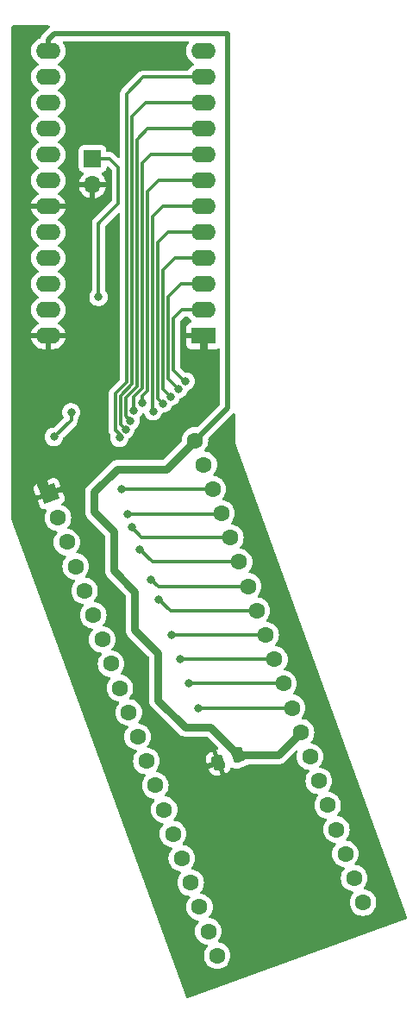
<source format=gbr>
%TF.GenerationSoftware,KiCad,Pcbnew,8.0.3*%
%TF.CreationDate,2024-06-29T10:36:14+02:00*%
%TF.ProjectId,adapter 8913-8910 Angle L,61646170-7465-4722-9038-3931332d3839,1.0a*%
%TF.SameCoordinates,Original*%
%TF.FileFunction,Copper,L2,Bot*%
%TF.FilePolarity,Positive*%
%FSLAX46Y46*%
G04 Gerber Fmt 4.6, Leading zero omitted, Abs format (unit mm)*
G04 Created by KiCad (PCBNEW 8.0.3) date 2024-06-29 10:36:14*
%MOMM*%
%LPD*%
G01*
G04 APERTURE LIST*
G04 Aperture macros list*
%AMRoundRect*
0 Rectangle with rounded corners*
0 $1 Rounding radius*
0 $2 $3 $4 $5 $6 $7 $8 $9 X,Y pos of 4 corners*
0 Add a 4 corners polygon primitive as box body*
4,1,4,$2,$3,$4,$5,$6,$7,$8,$9,$2,$3,0*
0 Add four circle primitives for the rounded corners*
1,1,$1+$1,$2,$3*
1,1,$1+$1,$4,$5*
1,1,$1+$1,$6,$7*
1,1,$1+$1,$8,$9*
0 Add four rect primitives between the rounded corners*
20,1,$1+$1,$2,$3,$4,$5,0*
20,1,$1+$1,$4,$5,$6,$7,0*
20,1,$1+$1,$6,$7,$8,$9,0*
20,1,$1+$1,$8,$9,$2,$3,0*%
%AMHorizOval*
0 Thick line with rounded ends*
0 $1 width*
0 $2 $3 position (X,Y) of the first rounded end (center of the circle)*
0 $4 $5 position (X,Y) of the second rounded end (center of the circle)*
0 Add line between two ends*
20,1,$1,$2,$3,$4,$5,0*
0 Add two circle primitives to create the rounded ends*
1,1,$1,$2,$3*
1,1,$1,$4,$5*%
%AMRotRect*
0 Rectangle, with rotation*
0 The origin of the aperture is its center*
0 $1 length*
0 $2 width*
0 $3 Rotation angle, in degrees counterclockwise*
0 Add horizontal line*
21,1,$1,$2,0,0,$3*%
G04 Aperture macros list end*
%TA.AperFunction,ComponentPad*%
%ADD10RotRect,1.600000X1.600000X20.000000*%
%TD*%
%TA.AperFunction,ComponentPad*%
%ADD11HorizOval,1.600000X0.000000X0.000000X0.000000X0.000000X0*%
%TD*%
%TA.AperFunction,ComponentPad*%
%ADD12R,1.700000X1.700000*%
%TD*%
%TA.AperFunction,ComponentPad*%
%ADD13O,1.700000X1.700000*%
%TD*%
%TA.AperFunction,ComponentPad*%
%ADD14R,2.400000X1.600000*%
%TD*%
%TA.AperFunction,ComponentPad*%
%ADD15O,2.400000X1.600000*%
%TD*%
%TA.AperFunction,SMDPad,CuDef*%
%ADD16RoundRect,0.250000X0.154687X0.561786X-0.479606X0.330922X-0.154687X-0.561786X0.479606X-0.330922X0*%
%TD*%
%TA.AperFunction,ViaPad*%
%ADD17C,0.800000*%
%TD*%
%TA.AperFunction,Conductor*%
%ADD18C,0.300000*%
%TD*%
%TA.AperFunction,Conductor*%
%ADD19C,0.762000*%
%TD*%
%TA.AperFunction,Conductor*%
%ADD20C,0.508000*%
%TD*%
G04 APERTURE END LIST*
D10*
%TO.P,U1,1,Vss*%
%TO.N,GND*%
X90329085Y-69012387D03*
D11*
%TO.P,U1,2,N/C*%
%TO.N,unconnected-(U1-N{slash}C-Pad2)*%
X91197817Y-71399207D03*
%TO.P,U1,3,ch_B*%
%TO.N,Net-(Audio_OUT_J1-Pin_1)*%
X92066548Y-73786025D03*
%TO.P,U1,4,ch_A*%
X92935278Y-76172845D03*
%TO.P,U1,5,N/C*%
%TO.N,unconnected-(U1-N{slash}C-Pad5)*%
X93804010Y-78559664D03*
%TO.P,U1,6,IOB7*%
%TO.N,unconnected-(U1-IOB7-Pad6)*%
X94672741Y-80946483D03*
%TO.P,U1,7,IOB6*%
%TO.N,unconnected-(U1-IOB6-Pad7)*%
X95541472Y-83333302D03*
%TO.P,U1,8,IOB5*%
%TO.N,unconnected-(U1-IOB5-Pad8)*%
X96410203Y-85720123D03*
%TO.P,U1,9,IOB4*%
%TO.N,unconnected-(U1-IOB4-Pad9)*%
X97278934Y-88106941D03*
%TO.P,U1,10,IOB3*%
%TO.N,unconnected-(U1-IOB3-Pad10)*%
X98147665Y-90493761D03*
%TO.P,U1,11,IOB2*%
%TO.N,unconnected-(U1-IOB2-Pad11)*%
X99016397Y-92880581D03*
%TO.P,U1,12,IOB1*%
%TO.N,unconnected-(U1-IOB1-Pad12)*%
X99885128Y-95267399D03*
%TO.P,U1,13,IOB0*%
%TO.N,unconnected-(U1-IOB0-Pad13)*%
X100753859Y-97654218D03*
%TO.P,U1,14,IOA7*%
%TO.N,unconnected-(U1-IOA7-Pad14)*%
X101622590Y-100041038D03*
%TO.P,U1,15,IOA6*%
%TO.N,unconnected-(U1-IOA6-Pad15)*%
X102491321Y-102427856D03*
%TO.P,U1,16,IOA5*%
%TO.N,unconnected-(U1-IOA5-Pad16)*%
X103360052Y-104814676D03*
%TO.P,U1,17,IOA4*%
%TO.N,unconnected-(U1-IOA4-Pad17)*%
X104228784Y-107201495D03*
%TO.P,U1,18,IOA3*%
%TO.N,unconnected-(U1-IOA3-Pad18)*%
X105097514Y-109588314D03*
%TO.P,U1,19,IOA2*%
%TO.N,unconnected-(U1-IOA2-Pad19)*%
X105966246Y-111975133D03*
%TO.P,U1,20,IOA1*%
%TO.N,unconnected-(U1-IOA1-Pad20)*%
X106834977Y-114361953D03*
%TO.P,U1,21,IOA0*%
%TO.N,unconnected-(U1-IOA0-Pad21)*%
X121155893Y-109149566D03*
%TO.P,U1,22,CLOCK*%
%TO.N,Net-(U1-CLOCK)*%
X120287161Y-106762746D03*
%TO.P,U1,23,~{RESET}*%
%TO.N,Net-(U1-~{RESET})*%
X119418430Y-104375927D03*
%TO.P,U1,24,~{A9}*%
%TO.N,Net-(U1-~{A9})*%
X118549700Y-101989108D03*
%TO.P,U1,25,A8*%
%TO.N,Net-(U1-A8)*%
X117680968Y-99602289D03*
%TO.P,U1,26,TEST2*%
%TO.N,unconnected-(U1-TEST2-Pad26)*%
X116812236Y-97215469D03*
%TO.P,U1,27,BDIR*%
%TO.N,Net-(U1-BDIR)*%
X115943505Y-94828651D03*
%TO.P,U1,28,BC2*%
%TO.N,+5V*%
X115074775Y-92441831D03*
%TO.P,U1,29,BC1*%
%TO.N,Net-(U1-BC1)*%
X114206044Y-90055011D03*
%TO.P,U1,30,D7*%
%TO.N,Net-(U1-D7)*%
X113337312Y-87668192D03*
%TO.P,U1,31,D6*%
%TO.N,Net-(U1-D6)*%
X112468581Y-85281373D03*
%TO.P,U1,32,D5*%
%TO.N,Net-(U1-D5)*%
X111599849Y-82894554D03*
%TO.P,U1,33,D4*%
%TO.N,Net-(U1-D4)*%
X110731118Y-80507735D03*
%TO.P,U1,34,D3*%
%TO.N,Net-(U1-D3)*%
X109862388Y-78120915D03*
%TO.P,U1,35,D2*%
%TO.N,Net-(U1-D2)*%
X108993656Y-75734098D03*
%TO.P,U1,36,D1*%
%TO.N,Net-(U1-D1)*%
X108124925Y-73347277D03*
%TO.P,U1,37,D0*%
%TO.N,Net-(U1-D0)*%
X107256193Y-70960458D03*
%TO.P,U1,38,ch_C*%
%TO.N,Net-(Audio_OUT_J1-Pin_1)*%
X106387463Y-68573639D03*
%TO.P,U1,39,TEST1*%
%TO.N,unconnected-(U1-TEST1-Pad39)*%
X105518732Y-66186820D03*
%TO.P,U1,40,Vcc*%
%TO.N,+5V*%
X104650000Y-63800000D03*
%TD*%
D12*
%TO.P,Audio_OUT_J1,1,Pin_1*%
%TO.N,Net-(Audio_OUT_J1-Pin_1)*%
X94600000Y-36160000D03*
D13*
%TO.P,Audio_OUT_J1,2,Pin_2*%
%TO.N,GND*%
X94600000Y-38700000D03*
%TD*%
D14*
%TO.P,U2,1,Vss*%
%TO.N,GND*%
X105488840Y-53539551D03*
D15*
%TO.P,U2,2,BDIR*%
%TO.N,Net-(U1-BDIR)*%
X105488840Y-50999551D03*
%TO.P,U2,3,BC1*%
%TO.N,Net-(U1-BC1)*%
X105488840Y-48459551D03*
%TO.P,U2,4,D7*%
%TO.N,Net-(U1-D7)*%
X105488840Y-45919551D03*
%TO.P,U2,5,D6*%
%TO.N,Net-(U1-D6)*%
X105488840Y-43379551D03*
%TO.P,U2,6,D5*%
%TO.N,Net-(U1-D5)*%
X105488840Y-40839551D03*
%TO.P,U2,7,D4*%
%TO.N,Net-(U1-D4)*%
X105488840Y-38299551D03*
%TO.P,U2,8,D3*%
%TO.N,Net-(U1-D3)*%
X105488840Y-35759551D03*
%TO.P,U2,9,D2*%
%TO.N,Net-(U1-D2)*%
X105488840Y-33219551D03*
%TO.P,U2,10,D1*%
%TO.N,Net-(U1-D1)*%
X105488840Y-30679551D03*
%TO.P,U2,11,D0*%
%TO.N,Net-(U1-D0)*%
X105488840Y-28139551D03*
%TO.P,U2,12,TEST_2*%
%TO.N,unconnected-(U2-TEST_2-Pad12)*%
X105488840Y-25599551D03*
%TO.P,U2,13,Vcc*%
%TO.N,+5V*%
X90248840Y-25599551D03*
%TO.P,U2,14,TEST_I*%
%TO.N,unconnected-(U2-TEST_I-Pad14)*%
X90248840Y-28139551D03*
%TO.P,U2,15,ch_B*%
%TO.N,Net-(Audio_OUT_J1-Pin_1)*%
X90248840Y-30679551D03*
%TO.P,U2,16,N/C*%
%TO.N,unconnected-(U2-N{slash}C-Pad16)*%
X90248840Y-33219551D03*
%TO.P,U2,17,ch_A*%
%TO.N,Net-(Audio_OUT_J1-Pin_1)*%
X90248840Y-35759551D03*
%TO.P,U2,18,ch_C*%
X90248840Y-38299551D03*
%TO.P,U2,19,Vss*%
%TO.N,GND*%
X90248840Y-40839551D03*
%TO.P,U2,20,CLOCK*%
%TO.N,Net-(U1-CLOCK)*%
X90248840Y-43379551D03*
%TO.P,U2,21,~{RESET}*%
%TO.N,Net-(U1-~{RESET})*%
X90248840Y-45919551D03*
%TO.P,U2,22,~{A9}*%
%TO.N,Net-(U1-~{A9})*%
X90248840Y-48459551D03*
%TO.P,U2,23,A8*%
%TO.N,Net-(U1-A8)*%
X90248840Y-50999551D03*
%TO.P,U2,24,~{CE}*%
%TO.N,GND*%
X90248840Y-53539551D03*
%TD*%
D16*
%TO.P,C1,1*%
%TO.N,+5V*%
X108904930Y-94695154D03*
%TO.P,C1,2*%
%TO.N,GND*%
X106955070Y-95404846D03*
%TD*%
D17*
%TO.N,Net-(U1-D3)*%
X98610000Y-60890000D03*
X100340000Y-77440000D03*
%TO.N,Net-(U1-D5)*%
X100540000Y-60920000D03*
X102360000Y-82900000D03*
%TO.N,Net-(U1-BC1)*%
X104980000Y-90110000D03*
X103040000Y-58770000D03*
%TO.N,Net-(U1-D7)*%
X102280000Y-59510000D03*
X104080000Y-87660000D03*
%TO.N,Net-(U1-D6)*%
X103220000Y-85270000D03*
X101500000Y-60170000D03*
%TO.N,Net-(U1-BDIR)*%
X103750000Y-58010000D03*
%TO.N,Net-(U1-D0)*%
X98030000Y-71050000D03*
X97232260Y-63537773D03*
%TO.N,Net-(U1-D4)*%
X101080000Y-79380000D03*
X99450000Y-60140000D03*
%TO.N,Net-(U1-D1)*%
X97829687Y-62735847D03*
X98420000Y-72340000D03*
%TO.N,Net-(U1-D2)*%
X99260000Y-74500000D03*
X98330000Y-61870000D03*
%TO.N,Net-(Audio_OUT_J1-Pin_1)*%
X90800000Y-63450000D03*
X92500000Y-61050000D03*
X97480000Y-68573639D03*
X95175000Y-49725000D03*
%TD*%
D18*
%TO.N,Net-(Audio_OUT_J1-Pin_1)*%
X97125000Y-37000000D02*
X96285000Y-36160000D01*
X97125000Y-40550000D02*
X97125000Y-37000000D01*
X95200000Y-42450000D02*
X95225000Y-42450000D01*
X95200000Y-42475000D02*
X95200000Y-42450000D01*
X95175000Y-42500000D02*
X95200000Y-42475000D01*
X95225000Y-42450000D02*
X97125000Y-40550000D01*
X95175000Y-49725000D02*
X95175000Y-42500000D01*
X96285000Y-36160000D02*
X94460000Y-36160000D01*
%TO.N,Net-(U1-D3)*%
X99450000Y-58702894D02*
X99450000Y-36600000D01*
X101070000Y-78170000D02*
X109813303Y-78170000D01*
X100290449Y-35759551D02*
X105488840Y-35759551D01*
X98610000Y-60890000D02*
X98610000Y-59542894D01*
X98610000Y-59542894D02*
X99450000Y-58702894D01*
X99450000Y-36600000D02*
X100290449Y-35759551D01*
X100340000Y-77440000D02*
X101070000Y-78170000D01*
%TO.N,Net-(U1-D5)*%
X100530000Y-41820000D02*
X101510449Y-40839551D01*
X101510449Y-40839551D02*
X105488840Y-40839551D01*
X100530000Y-60910000D02*
X100530000Y-41820000D01*
X102360000Y-82900000D02*
X111594403Y-82900000D01*
X100540000Y-60920000D02*
X100530000Y-60910000D01*
%TO.N,Net-(U1-BC1)*%
X102040000Y-57770000D02*
X103040000Y-58770000D01*
X103270449Y-48459551D02*
X102040000Y-49690000D01*
X105488840Y-48459551D02*
X103270449Y-48459551D01*
X102040000Y-49690000D02*
X102040000Y-57770000D01*
X103040000Y-58950000D02*
X102960000Y-58870000D01*
X104980000Y-90110000D02*
X114151055Y-90110000D01*
X103040000Y-58770000D02*
X103040000Y-58950000D01*
%TO.N,Net-(U1-D7)*%
X101540000Y-47050000D02*
X101540000Y-58770000D01*
X102670449Y-45919551D02*
X101540000Y-47050000D01*
X105488840Y-45919551D02*
X102670449Y-45919551D01*
X101540000Y-58770000D02*
X102280000Y-59510000D01*
X104080000Y-87660000D02*
X113329120Y-87660000D01*
%TO.N,Net-(U1-D6)*%
X103220000Y-85270000D02*
X112457208Y-85270000D01*
X101040000Y-59710000D02*
X101500000Y-60170000D01*
X101030000Y-44390000D02*
X101040000Y-44400000D01*
X101040000Y-44400000D02*
X101040000Y-59710000D01*
X105488840Y-43379551D02*
X102040449Y-43379551D01*
X102040449Y-43379551D02*
X101030000Y-44390000D01*
%TO.N,Net-(U1-BDIR)*%
X105488840Y-50999551D02*
X103380449Y-50999551D01*
X103620000Y-58010000D02*
X103750000Y-58010000D01*
X102540000Y-51840000D02*
X102540000Y-56930000D01*
X103380449Y-50999551D02*
X102540000Y-51840000D01*
X102540000Y-56930000D02*
X103620000Y-58010000D01*
X103750000Y-58010000D02*
X103750000Y-58140000D01*
X103750000Y-58140000D02*
X103610000Y-58000000D01*
%TO.N,Net-(U1-D0)*%
X97232260Y-63199081D02*
X96830000Y-62796821D01*
X98030000Y-71050000D02*
X107166651Y-71050000D01*
X97950000Y-29780000D02*
X99590449Y-28139551D01*
X96830000Y-62796821D02*
X96830000Y-59201575D01*
X96830000Y-59201575D02*
X97950000Y-58081575D01*
X97232260Y-63537773D02*
X97232260Y-63199081D01*
X99590449Y-28139551D02*
X105488840Y-28139551D01*
X97950000Y-58081575D02*
X97950000Y-29780000D01*
%TO.N,Net-(U1-D4)*%
X99450000Y-60140000D02*
X99450000Y-59410000D01*
X99950000Y-58910000D02*
X99950000Y-39410000D01*
X101060449Y-38299551D02*
X105488840Y-38299551D01*
X99950000Y-39410000D02*
X101060449Y-38299551D01*
X102250000Y-80550000D02*
X110688853Y-80550000D01*
X99450000Y-59410000D02*
X99950000Y-58910000D01*
X101080000Y-79380000D02*
X102250000Y-80550000D01*
D19*
%TO.N,+5V*%
X98750000Y-82375000D02*
X98750000Y-78625000D01*
X94775000Y-70800000D02*
X94775000Y-68850000D01*
X98750000Y-78625000D02*
X96700000Y-76575000D01*
D20*
X90248840Y-24461160D02*
X90860000Y-23850000D01*
D19*
X106184777Y-91975000D02*
X103675000Y-91975000D01*
X94775000Y-68850000D02*
X97025000Y-66600000D01*
X101025000Y-89325000D02*
X101025000Y-84650000D01*
D20*
X90860000Y-23850000D02*
X107860000Y-23850000D01*
D19*
X112821453Y-94695153D02*
X115074775Y-92441831D01*
X103675000Y-91975000D02*
X101025000Y-89325000D01*
X108904930Y-94695153D02*
X106184777Y-91975000D01*
D20*
X107860000Y-23850000D02*
X107860000Y-60590000D01*
D19*
X101850000Y-66600000D02*
X104650000Y-63800000D01*
D20*
X107860000Y-60590000D02*
X104650000Y-63800000D01*
D19*
X96700000Y-76575000D02*
X96700000Y-72725000D01*
X108904930Y-94695153D02*
X112821453Y-94695153D01*
X96700000Y-72725000D02*
X94775000Y-70800000D01*
X97025000Y-66600000D02*
X101850000Y-66600000D01*
D20*
X90248840Y-25599551D02*
X90248840Y-24461160D01*
D19*
X101025000Y-84650000D02*
X98750000Y-82375000D01*
D18*
%TO.N,Net-(U1-D1)*%
X98450000Y-32020000D02*
X99790449Y-30679551D01*
X98450000Y-58288682D02*
X98450000Y-32020000D01*
X98420000Y-72340000D02*
X99427277Y-73347277D01*
X97330000Y-62236160D02*
X97330000Y-59408682D01*
X97829687Y-62735847D02*
X97330000Y-62236160D01*
X97330000Y-59408682D02*
X98450000Y-58288682D01*
X99790449Y-30679551D02*
X105488840Y-30679551D01*
X99427277Y-73347277D02*
X108124925Y-73347277D01*
%TO.N,Net-(U1-D2)*%
X98950000Y-58495788D02*
X98950000Y-34290000D01*
X100020449Y-33219551D02*
X105488840Y-33219551D01*
X98330000Y-61870000D02*
X97830000Y-61370000D01*
X97860000Y-61400000D02*
X97860000Y-59585788D01*
X98950000Y-34290000D02*
X100020449Y-33219551D01*
X99260000Y-74500000D02*
X100494098Y-75734098D01*
X100494098Y-75734098D02*
X108993656Y-75734098D01*
X98330000Y-61870000D02*
X97860000Y-61400000D01*
X97860000Y-59585788D02*
X98950000Y-58495788D01*
D19*
%TO.N,GND*%
X105488840Y-55463840D02*
X106050000Y-56025000D01*
X106075000Y-56025000D02*
X106075000Y-56050000D01*
X89475000Y-68158302D02*
X90329085Y-69012387D01*
X106075000Y-56050000D02*
X106025000Y-56000000D01*
X89475000Y-66025000D02*
X89475000Y-68158302D01*
X105488840Y-53539551D02*
X105488840Y-55463840D01*
X106050000Y-56025000D02*
X106075000Y-56025000D01*
D18*
%TO.N,Net-(Audio_OUT_J1-Pin_1)*%
X92500000Y-61800000D02*
X90850000Y-63450000D01*
X90850000Y-63450000D02*
X90800000Y-63450000D01*
X97480000Y-68573639D02*
X106387463Y-68573639D01*
X92500000Y-61050000D02*
X92500000Y-61800000D01*
%TD*%
%TA.AperFunction,Conductor*%
%TO.N,GND*%
G36*
X90345600Y-23084736D02*
G01*
X90391355Y-23137540D01*
X90401299Y-23206698D01*
X90372274Y-23270254D01*
X90366243Y-23276732D01*
X90273941Y-23369034D01*
X90273939Y-23369036D01*
X89662783Y-23980190D01*
X89662782Y-23980191D01*
X89580207Y-24103774D01*
X89546892Y-24184205D01*
X89546893Y-24184206D01*
X89537292Y-24207386D01*
X89537291Y-24207388D01*
X89523335Y-24241079D01*
X89523333Y-24241084D01*
X89516926Y-24273297D01*
X89484540Y-24335207D01*
X89433628Y-24367035D01*
X89349617Y-24394332D01*
X89167226Y-24487266D01*
X89001626Y-24607579D01*
X88856868Y-24752337D01*
X88736555Y-24917937D01*
X88643621Y-25100327D01*
X88580362Y-25295016D01*
X88548340Y-25497199D01*
X88548340Y-25701902D01*
X88580362Y-25904085D01*
X88643621Y-26098774D01*
X88736555Y-26281164D01*
X88856868Y-26446764D01*
X89001626Y-26591522D01*
X89156589Y-26704107D01*
X89167230Y-26711838D01*
X89258680Y-26758434D01*
X89259920Y-26759066D01*
X89310716Y-26807041D01*
X89327511Y-26874862D01*
X89304974Y-26940997D01*
X89259920Y-26980036D01*
X89167226Y-27027266D01*
X89001626Y-27147579D01*
X88856868Y-27292337D01*
X88736555Y-27457937D01*
X88643621Y-27640327D01*
X88580362Y-27835016D01*
X88548340Y-28037199D01*
X88548340Y-28241902D01*
X88580362Y-28444085D01*
X88643621Y-28638774D01*
X88736555Y-28821164D01*
X88856868Y-28986764D01*
X89001626Y-29131522D01*
X89156589Y-29244107D01*
X89167230Y-29251838D01*
X89258680Y-29298434D01*
X89259920Y-29299066D01*
X89310716Y-29347041D01*
X89327511Y-29414862D01*
X89304974Y-29480997D01*
X89259920Y-29520036D01*
X89167226Y-29567266D01*
X89001626Y-29687579D01*
X88856868Y-29832337D01*
X88736555Y-29997937D01*
X88643621Y-30180327D01*
X88580362Y-30375016D01*
X88548340Y-30577199D01*
X88548340Y-30781902D01*
X88580362Y-30984085D01*
X88643621Y-31178774D01*
X88736555Y-31361164D01*
X88856868Y-31526764D01*
X89001626Y-31671522D01*
X89156589Y-31784107D01*
X89167230Y-31791838D01*
X89258680Y-31838434D01*
X89259920Y-31839066D01*
X89310716Y-31887041D01*
X89327511Y-31954862D01*
X89304974Y-32020997D01*
X89259920Y-32060036D01*
X89167226Y-32107266D01*
X89001626Y-32227579D01*
X88856868Y-32372337D01*
X88736555Y-32537937D01*
X88643621Y-32720327D01*
X88580362Y-32915016D01*
X88548340Y-33117199D01*
X88548340Y-33321902D01*
X88580362Y-33524085D01*
X88643621Y-33718774D01*
X88736555Y-33901164D01*
X88856868Y-34066764D01*
X89001626Y-34211522D01*
X89156589Y-34324107D01*
X89167230Y-34331838D01*
X89258680Y-34378434D01*
X89259920Y-34379066D01*
X89310716Y-34427041D01*
X89327511Y-34494862D01*
X89304974Y-34560997D01*
X89259920Y-34600036D01*
X89167226Y-34647266D01*
X89001626Y-34767579D01*
X88856868Y-34912337D01*
X88736555Y-35077937D01*
X88643621Y-35260327D01*
X88580362Y-35455016D01*
X88548340Y-35657199D01*
X88548340Y-35861902D01*
X88580362Y-36064085D01*
X88643621Y-36258774D01*
X88736555Y-36441164D01*
X88856868Y-36606764D01*
X89001626Y-36751522D01*
X89113948Y-36833127D01*
X89167230Y-36871838D01*
X89258680Y-36918434D01*
X89259920Y-36919066D01*
X89310716Y-36967041D01*
X89327511Y-37034862D01*
X89304974Y-37100997D01*
X89259920Y-37140036D01*
X89167226Y-37187266D01*
X89001626Y-37307579D01*
X88856868Y-37452337D01*
X88736555Y-37617937D01*
X88643621Y-37800327D01*
X88580362Y-37995016D01*
X88548340Y-38197199D01*
X88548340Y-38401902D01*
X88580362Y-38604085D01*
X88643621Y-38798774D01*
X88736555Y-38981164D01*
X88856868Y-39146764D01*
X89001626Y-39291522D01*
X89156589Y-39404107D01*
X89167230Y-39411838D01*
X89239264Y-39448541D01*
X89260469Y-39459346D01*
X89311265Y-39507321D01*
X89328060Y-39575142D01*
X89305522Y-39641277D01*
X89260469Y-39680316D01*
X89167490Y-39727691D01*
X89001945Y-39847968D01*
X89001944Y-39847968D01*
X88857257Y-39992655D01*
X88857257Y-39992656D01*
X88736980Y-40158201D01*
X88644084Y-40340521D01*
X88580849Y-40535137D01*
X88572231Y-40589551D01*
X89933154Y-40589551D01*
X89928760Y-40593945D01*
X89876099Y-40685157D01*
X89848840Y-40786890D01*
X89848840Y-40892212D01*
X89876099Y-40993945D01*
X89928760Y-41085157D01*
X89933154Y-41089551D01*
X88572231Y-41089551D01*
X88580849Y-41143964D01*
X88644084Y-41338580D01*
X88736980Y-41520900D01*
X88857257Y-41686445D01*
X88857257Y-41686446D01*
X89001944Y-41831133D01*
X89167492Y-41951412D01*
X89260468Y-41998785D01*
X89311265Y-42046759D01*
X89328060Y-42114580D01*
X89305523Y-42180715D01*
X89260470Y-42219754D01*
X89167228Y-42267264D01*
X89001626Y-42387579D01*
X88856868Y-42532337D01*
X88736555Y-42697937D01*
X88643621Y-42880327D01*
X88580362Y-43075016D01*
X88548340Y-43277199D01*
X88548340Y-43481902D01*
X88580362Y-43684085D01*
X88643621Y-43878774D01*
X88736555Y-44061164D01*
X88856868Y-44226764D01*
X89001626Y-44371522D01*
X89156589Y-44484107D01*
X89167230Y-44491838D01*
X89258680Y-44538434D01*
X89259920Y-44539066D01*
X89310716Y-44587041D01*
X89327511Y-44654862D01*
X89304974Y-44720997D01*
X89259920Y-44760036D01*
X89167226Y-44807266D01*
X89001626Y-44927579D01*
X88856868Y-45072337D01*
X88736555Y-45237937D01*
X88643621Y-45420327D01*
X88580362Y-45615016D01*
X88548340Y-45817199D01*
X88548340Y-46021902D01*
X88580362Y-46224085D01*
X88643621Y-46418774D01*
X88736555Y-46601164D01*
X88856868Y-46766764D01*
X89001626Y-46911522D01*
X89156589Y-47024107D01*
X89167230Y-47031838D01*
X89258680Y-47078434D01*
X89259920Y-47079066D01*
X89310716Y-47127041D01*
X89327511Y-47194862D01*
X89304974Y-47260997D01*
X89259920Y-47300036D01*
X89167226Y-47347266D01*
X89001626Y-47467579D01*
X88856868Y-47612337D01*
X88736555Y-47777937D01*
X88643621Y-47960327D01*
X88580362Y-48155016D01*
X88548340Y-48357199D01*
X88548340Y-48561902D01*
X88580362Y-48764085D01*
X88643621Y-48958774D01*
X88692182Y-49054078D01*
X88734458Y-49137050D01*
X88736555Y-49141164D01*
X88856868Y-49306764D01*
X89001626Y-49451522D01*
X89156589Y-49564107D01*
X89167230Y-49571838D01*
X89258680Y-49618434D01*
X89259920Y-49619066D01*
X89310716Y-49667041D01*
X89327511Y-49734862D01*
X89304974Y-49800997D01*
X89259920Y-49840036D01*
X89167226Y-49887266D01*
X89001626Y-50007579D01*
X88856868Y-50152337D01*
X88736555Y-50317937D01*
X88643621Y-50500327D01*
X88580362Y-50695016D01*
X88548340Y-50897199D01*
X88548340Y-51101902D01*
X88580362Y-51304085D01*
X88643621Y-51498774D01*
X88736555Y-51681164D01*
X88856868Y-51846764D01*
X89001626Y-51991522D01*
X89134381Y-52087972D01*
X89167230Y-52111838D01*
X89228909Y-52143265D01*
X89260469Y-52159346D01*
X89311265Y-52207321D01*
X89328060Y-52275142D01*
X89305522Y-52341277D01*
X89260469Y-52380316D01*
X89167490Y-52427691D01*
X89001945Y-52547968D01*
X89001944Y-52547968D01*
X88857257Y-52692655D01*
X88857257Y-52692656D01*
X88736980Y-52858201D01*
X88644084Y-53040521D01*
X88580849Y-53235137D01*
X88572231Y-53289551D01*
X89933154Y-53289551D01*
X89928760Y-53293945D01*
X89876099Y-53385157D01*
X89848840Y-53486890D01*
X89848840Y-53592212D01*
X89876099Y-53693945D01*
X89928760Y-53785157D01*
X89933154Y-53789551D01*
X88572231Y-53789551D01*
X88580849Y-53843964D01*
X88644084Y-54038580D01*
X88736980Y-54220900D01*
X88857257Y-54386445D01*
X88857257Y-54386446D01*
X89001944Y-54531133D01*
X89167490Y-54651410D01*
X89349808Y-54744306D01*
X89544422Y-54807541D01*
X89746523Y-54839551D01*
X89998840Y-54839551D01*
X89998840Y-53855237D01*
X90003234Y-53859631D01*
X90094446Y-53912292D01*
X90196179Y-53939551D01*
X90301501Y-53939551D01*
X90403234Y-53912292D01*
X90494446Y-53859631D01*
X90498840Y-53855237D01*
X90498840Y-54839551D01*
X90751157Y-54839551D01*
X90953257Y-54807541D01*
X91147871Y-54744306D01*
X91330189Y-54651410D01*
X91495734Y-54531133D01*
X91495735Y-54531133D01*
X91640422Y-54386446D01*
X91640422Y-54386445D01*
X91760699Y-54220900D01*
X91853595Y-54038580D01*
X91916830Y-53843964D01*
X91925449Y-53789551D01*
X90564526Y-53789551D01*
X90568920Y-53785157D01*
X90621581Y-53693945D01*
X90648840Y-53592212D01*
X90648840Y-53486890D01*
X90621581Y-53385157D01*
X90568920Y-53293945D01*
X90564526Y-53289551D01*
X91925449Y-53289551D01*
X91916830Y-53235137D01*
X91853595Y-53040521D01*
X91760699Y-52858201D01*
X91640422Y-52692656D01*
X91640422Y-52692655D01*
X91495735Y-52547968D01*
X91330189Y-52427691D01*
X91237210Y-52380316D01*
X91186414Y-52332341D01*
X91169619Y-52264520D01*
X91192156Y-52198386D01*
X91237210Y-52159346D01*
X91330450Y-52111838D01*
X91363299Y-52087972D01*
X91496053Y-51991522D01*
X91496055Y-51991519D01*
X91496059Y-51991517D01*
X91640806Y-51846770D01*
X91640808Y-51846766D01*
X91640811Y-51846764D01*
X91693572Y-51774141D01*
X91761127Y-51681161D01*
X91854060Y-51498770D01*
X91917317Y-51304085D01*
X91949340Y-51101903D01*
X91949340Y-50897199D01*
X91917317Y-50695017D01*
X91854060Y-50500332D01*
X91854058Y-50500329D01*
X91854058Y-50500327D01*
X91789716Y-50374050D01*
X91761127Y-50317941D01*
X91746593Y-50297936D01*
X91640811Y-50152337D01*
X91496053Y-50007579D01*
X91330454Y-49887266D01*
X91323846Y-49883899D01*
X91237757Y-49840034D01*
X91186963Y-49792062D01*
X91170168Y-49724241D01*
X91192705Y-49658106D01*
X91237757Y-49619067D01*
X91330450Y-49571838D01*
X91378759Y-49536740D01*
X91496053Y-49451522D01*
X91496055Y-49451519D01*
X91496059Y-49451517D01*
X91640806Y-49306770D01*
X91640808Y-49306766D01*
X91640811Y-49306764D01*
X91723621Y-49192784D01*
X91761127Y-49141161D01*
X91854060Y-48958770D01*
X91917317Y-48764085D01*
X91949340Y-48561903D01*
X91949340Y-48357199D01*
X91917317Y-48155017D01*
X91854060Y-47960332D01*
X91854058Y-47960329D01*
X91854058Y-47960327D01*
X91814701Y-47883085D01*
X91761127Y-47777941D01*
X91746593Y-47757936D01*
X91640811Y-47612337D01*
X91496053Y-47467579D01*
X91330454Y-47347266D01*
X91275854Y-47319446D01*
X91237757Y-47300034D01*
X91186963Y-47252062D01*
X91170168Y-47184241D01*
X91192705Y-47118106D01*
X91237757Y-47079067D01*
X91330450Y-47031838D01*
X91351610Y-47016464D01*
X91496053Y-46911522D01*
X91496055Y-46911519D01*
X91496059Y-46911517D01*
X91640806Y-46766770D01*
X91640808Y-46766766D01*
X91640811Y-46766764D01*
X91693572Y-46694141D01*
X91761127Y-46601161D01*
X91854060Y-46418770D01*
X91917317Y-46224085D01*
X91949340Y-46021903D01*
X91949340Y-45817199D01*
X91941527Y-45767872D01*
X91917317Y-45615016D01*
X91854058Y-45420327D01*
X91789716Y-45294050D01*
X91761127Y-45237941D01*
X91746593Y-45217936D01*
X91640811Y-45072337D01*
X91496053Y-44927579D01*
X91330454Y-44807266D01*
X91323846Y-44803899D01*
X91237757Y-44760034D01*
X91186963Y-44712062D01*
X91170168Y-44644241D01*
X91192705Y-44578106D01*
X91237757Y-44539067D01*
X91330450Y-44491838D01*
X91351610Y-44476464D01*
X91496053Y-44371522D01*
X91496055Y-44371519D01*
X91496059Y-44371517D01*
X91640806Y-44226770D01*
X91640808Y-44226766D01*
X91640811Y-44226764D01*
X91693572Y-44154141D01*
X91761127Y-44061161D01*
X91854060Y-43878770D01*
X91917317Y-43684085D01*
X91949340Y-43481903D01*
X91949340Y-43277199D01*
X91917317Y-43075017D01*
X91854060Y-42880332D01*
X91854058Y-42880329D01*
X91854058Y-42880327D01*
X91814701Y-42803085D01*
X91761127Y-42697941D01*
X91746593Y-42677936D01*
X91640811Y-42532337D01*
X91496053Y-42387579D01*
X91330451Y-42267264D01*
X91237209Y-42219754D01*
X91186414Y-42171780D01*
X91169619Y-42103958D01*
X91192157Y-42037824D01*
X91237211Y-41998785D01*
X91330187Y-41951412D01*
X91495734Y-41831133D01*
X91495735Y-41831133D01*
X91640422Y-41686446D01*
X91640422Y-41686445D01*
X91760699Y-41520900D01*
X91853595Y-41338580D01*
X91916830Y-41143964D01*
X91925449Y-41089551D01*
X90564526Y-41089551D01*
X90568920Y-41085157D01*
X90621581Y-40993945D01*
X90648840Y-40892212D01*
X90648840Y-40786890D01*
X90621581Y-40685157D01*
X90568920Y-40593945D01*
X90564526Y-40589551D01*
X91925449Y-40589551D01*
X91916830Y-40535137D01*
X91853595Y-40340521D01*
X91760699Y-40158201D01*
X91640422Y-39992656D01*
X91640422Y-39992655D01*
X91495735Y-39847968D01*
X91330189Y-39727691D01*
X91237210Y-39680316D01*
X91186414Y-39632341D01*
X91169619Y-39564520D01*
X91192156Y-39498386D01*
X91237210Y-39459346D01*
X91237760Y-39459066D01*
X91330450Y-39411838D01*
X91377605Y-39377578D01*
X91496053Y-39291522D01*
X91496055Y-39291519D01*
X91496059Y-39291517D01*
X91640806Y-39146770D01*
X91640808Y-39146766D01*
X91640811Y-39146764D01*
X91693572Y-39074141D01*
X91761127Y-38981161D01*
X91854060Y-38798770D01*
X91917317Y-38604085D01*
X91949340Y-38401903D01*
X91949340Y-38197199D01*
X91917317Y-37995017D01*
X91854060Y-37800332D01*
X91854058Y-37800329D01*
X91854058Y-37800327D01*
X91789716Y-37674050D01*
X91761127Y-37617941D01*
X91746593Y-37597936D01*
X91640811Y-37452337D01*
X91496053Y-37307579D01*
X91330454Y-37187266D01*
X91323846Y-37183899D01*
X91237757Y-37140034D01*
X91186963Y-37092062D01*
X91170168Y-37024241D01*
X91192705Y-36958106D01*
X91237757Y-36919067D01*
X91330450Y-36871838D01*
X91383732Y-36833127D01*
X91496053Y-36751522D01*
X91496055Y-36751519D01*
X91496059Y-36751517D01*
X91640806Y-36606770D01*
X91640808Y-36606766D01*
X91640811Y-36606764D01*
X91693572Y-36534141D01*
X91761127Y-36441161D01*
X91854060Y-36258770D01*
X91917317Y-36064085D01*
X91949340Y-35861903D01*
X91949340Y-35657199D01*
X91929123Y-35529554D01*
X91917317Y-35455016D01*
X91865500Y-35295540D01*
X91854060Y-35260332D01*
X91854058Y-35260329D01*
X91854058Y-35260327D01*
X91789716Y-35134050D01*
X91761127Y-35077941D01*
X91746593Y-35057936D01*
X91640811Y-34912337D01*
X91496053Y-34767579D01*
X91330454Y-34647266D01*
X91323846Y-34643899D01*
X91237757Y-34600034D01*
X91186963Y-34552062D01*
X91170168Y-34484241D01*
X91192705Y-34418106D01*
X91237757Y-34379067D01*
X91330450Y-34331838D01*
X91351610Y-34316464D01*
X91496053Y-34211522D01*
X91496055Y-34211519D01*
X91496059Y-34211517D01*
X91640806Y-34066770D01*
X91640808Y-34066766D01*
X91640811Y-34066764D01*
X91693572Y-33994141D01*
X91761127Y-33901161D01*
X91854060Y-33718770D01*
X91917317Y-33524085D01*
X91949340Y-33321903D01*
X91949340Y-33117199D01*
X91919538Y-32929037D01*
X91917317Y-32915016D01*
X91854058Y-32720327D01*
X91789716Y-32594050D01*
X91761127Y-32537941D01*
X91746593Y-32517936D01*
X91640811Y-32372337D01*
X91496053Y-32227579D01*
X91330454Y-32107266D01*
X91323846Y-32103899D01*
X91237757Y-32060034D01*
X91186963Y-32012062D01*
X91170168Y-31944241D01*
X91192705Y-31878106D01*
X91237757Y-31839067D01*
X91330450Y-31791838D01*
X91351610Y-31776464D01*
X91496053Y-31671522D01*
X91496055Y-31671519D01*
X91496059Y-31671517D01*
X91640806Y-31526770D01*
X91640808Y-31526766D01*
X91640811Y-31526764D01*
X91693572Y-31454141D01*
X91761127Y-31361161D01*
X91854060Y-31178770D01*
X91917317Y-30984085D01*
X91949340Y-30781903D01*
X91949340Y-30577199D01*
X91917317Y-30375017D01*
X91854060Y-30180332D01*
X91854058Y-30180329D01*
X91854058Y-30180327D01*
X91789716Y-30054050D01*
X91761127Y-29997941D01*
X91746593Y-29977936D01*
X91640811Y-29832337D01*
X91496053Y-29687579D01*
X91330454Y-29567266D01*
X91323846Y-29563899D01*
X91237757Y-29520034D01*
X91186963Y-29472062D01*
X91170168Y-29404241D01*
X91192705Y-29338106D01*
X91237757Y-29299067D01*
X91330450Y-29251838D01*
X91351610Y-29236464D01*
X91496053Y-29131522D01*
X91496055Y-29131519D01*
X91496059Y-29131517D01*
X91640806Y-28986770D01*
X91640808Y-28986766D01*
X91640811Y-28986764D01*
X91693572Y-28914141D01*
X91761127Y-28821161D01*
X91854060Y-28638770D01*
X91917317Y-28444085D01*
X91949340Y-28241903D01*
X91949340Y-28037199D01*
X91917317Y-27835017D01*
X91854060Y-27640332D01*
X91854058Y-27640329D01*
X91854058Y-27640327D01*
X91789716Y-27514050D01*
X91761127Y-27457941D01*
X91746593Y-27437936D01*
X91640811Y-27292337D01*
X91496053Y-27147579D01*
X91330454Y-27027266D01*
X91323846Y-27023899D01*
X91237757Y-26980034D01*
X91186963Y-26932062D01*
X91170168Y-26864241D01*
X91192705Y-26798106D01*
X91237757Y-26759067D01*
X91330450Y-26711838D01*
X91351610Y-26696464D01*
X91496053Y-26591522D01*
X91496055Y-26591519D01*
X91496059Y-26591517D01*
X91640806Y-26446770D01*
X91640808Y-26446766D01*
X91640811Y-26446764D01*
X91693572Y-26374141D01*
X91761127Y-26281161D01*
X91854060Y-26098770D01*
X91917317Y-25904085D01*
X91949340Y-25701903D01*
X91949340Y-25497199D01*
X91917317Y-25295017D01*
X91854060Y-25100332D01*
X91854058Y-25100329D01*
X91854058Y-25100327D01*
X91761127Y-24917941D01*
X91676445Y-24801385D01*
X91652966Y-24735578D01*
X91668792Y-24667524D01*
X91718898Y-24618830D01*
X91776764Y-24604500D01*
X103960916Y-24604500D01*
X104027955Y-24624185D01*
X104073710Y-24676989D01*
X104083654Y-24746147D01*
X104061235Y-24801385D01*
X103976552Y-24917941D01*
X103883621Y-25100327D01*
X103820362Y-25295016D01*
X103788340Y-25497199D01*
X103788340Y-25701902D01*
X103820362Y-25904085D01*
X103883621Y-26098774D01*
X103976555Y-26281164D01*
X104096868Y-26446764D01*
X104241626Y-26591522D01*
X104396589Y-26704107D01*
X104407230Y-26711838D01*
X104498680Y-26758434D01*
X104499920Y-26759066D01*
X104550716Y-26807041D01*
X104567511Y-26874862D01*
X104544974Y-26940997D01*
X104499920Y-26980036D01*
X104407226Y-27027266D01*
X104241626Y-27147579D01*
X104096874Y-27292331D01*
X104060279Y-27342701D01*
X103991086Y-27437937D01*
X103935758Y-27480602D01*
X103890769Y-27489051D01*
X99526378Y-27489051D01*
X99400710Y-27514048D01*
X99400704Y-27514050D01*
X99282324Y-27563084D01*
X99282315Y-27563089D01*
X99175780Y-27634274D01*
X99175776Y-27634277D01*
X97444727Y-29365325D01*
X97444726Y-29365326D01*
X97373534Y-29471874D01*
X97324499Y-29590255D01*
X97324497Y-29590261D01*
X97299500Y-29715928D01*
X97299500Y-35955191D01*
X97279815Y-36022230D01*
X97227011Y-36067985D01*
X97157853Y-36077929D01*
X97094297Y-36048904D01*
X97087819Y-36042872D01*
X96699673Y-35654726D01*
X96699669Y-35654723D01*
X96593127Y-35583535D01*
X96474744Y-35534499D01*
X96474738Y-35534497D01*
X96349071Y-35509500D01*
X96349069Y-35509500D01*
X96074499Y-35509500D01*
X96007460Y-35489815D01*
X95961705Y-35437011D01*
X95950499Y-35385500D01*
X95950499Y-35262129D01*
X95950498Y-35262123D01*
X95950497Y-35262116D01*
X95944091Y-35202517D01*
X95918554Y-35134050D01*
X95893797Y-35067671D01*
X95893793Y-35067664D01*
X95807547Y-34952455D01*
X95807544Y-34952452D01*
X95692335Y-34866206D01*
X95692328Y-34866202D01*
X95557482Y-34815908D01*
X95557483Y-34815908D01*
X95497883Y-34809501D01*
X95497881Y-34809500D01*
X95497873Y-34809500D01*
X95497864Y-34809500D01*
X93702129Y-34809500D01*
X93702123Y-34809501D01*
X93642516Y-34815908D01*
X93507671Y-34866202D01*
X93507664Y-34866206D01*
X93392455Y-34952452D01*
X93392452Y-34952455D01*
X93306206Y-35067664D01*
X93306202Y-35067671D01*
X93255908Y-35202517D01*
X93249693Y-35260332D01*
X93249501Y-35262123D01*
X93249500Y-35262135D01*
X93249500Y-37057870D01*
X93249501Y-37057876D01*
X93255908Y-37117483D01*
X93306202Y-37252328D01*
X93306206Y-37252335D01*
X93392452Y-37367544D01*
X93392455Y-37367547D01*
X93507664Y-37453793D01*
X93507671Y-37453797D01*
X93560970Y-37473676D01*
X93639598Y-37503002D01*
X93695531Y-37544873D01*
X93719949Y-37610337D01*
X93705098Y-37678610D01*
X93683947Y-37706865D01*
X93561886Y-37828926D01*
X93426400Y-38022420D01*
X93426399Y-38022422D01*
X93326570Y-38236507D01*
X93326567Y-38236513D01*
X93269364Y-38449999D01*
X93269364Y-38450000D01*
X94166988Y-38450000D01*
X94134075Y-38507007D01*
X94100000Y-38634174D01*
X94100000Y-38765826D01*
X94134075Y-38892993D01*
X94166988Y-38950000D01*
X93269364Y-38950000D01*
X93326567Y-39163486D01*
X93326570Y-39163492D01*
X93426399Y-39377578D01*
X93561894Y-39571082D01*
X93728917Y-39738105D01*
X93922421Y-39873600D01*
X94136507Y-39973429D01*
X94136516Y-39973433D01*
X94350000Y-40030634D01*
X94350000Y-39133012D01*
X94407007Y-39165925D01*
X94534174Y-39200000D01*
X94665826Y-39200000D01*
X94792993Y-39165925D01*
X94850000Y-39133012D01*
X94850000Y-40030633D01*
X95063483Y-39973433D01*
X95063492Y-39973429D01*
X95277578Y-39873600D01*
X95471082Y-39738105D01*
X95638105Y-39571082D01*
X95773600Y-39377578D01*
X95873429Y-39163492D01*
X95873432Y-39163486D01*
X95930636Y-38950000D01*
X95033012Y-38950000D01*
X95065925Y-38892993D01*
X95100000Y-38765826D01*
X95100000Y-38634174D01*
X95065925Y-38507007D01*
X95033012Y-38450000D01*
X95930636Y-38450000D01*
X95930635Y-38449999D01*
X95873432Y-38236513D01*
X95873429Y-38236507D01*
X95773600Y-38022422D01*
X95773599Y-38022420D01*
X95638113Y-37828926D01*
X95638108Y-37828920D01*
X95516053Y-37706865D01*
X95482568Y-37645542D01*
X95487552Y-37575850D01*
X95529424Y-37519917D01*
X95560400Y-37503002D01*
X95692331Y-37453796D01*
X95807546Y-37367546D01*
X95893796Y-37252331D01*
X95944091Y-37117483D01*
X95950500Y-37057873D01*
X95950500Y-37044808D01*
X95970185Y-36977769D01*
X96022989Y-36932014D01*
X96092147Y-36922070D01*
X96155703Y-36951095D01*
X96162181Y-36957127D01*
X96438181Y-37233127D01*
X96471666Y-37294450D01*
X96474500Y-37320808D01*
X96474500Y-40229191D01*
X96454815Y-40296230D01*
X96438181Y-40316872D01*
X94869305Y-41885747D01*
X94850517Y-41901167D01*
X94785327Y-41944727D01*
X94785324Y-41944730D01*
X94694726Y-42035327D01*
X94694725Y-42035328D01*
X94623534Y-42141874D01*
X94614491Y-42163705D01*
X94603038Y-42185133D01*
X94598536Y-42191870D01*
X94598534Y-42191873D01*
X94549499Y-42310255D01*
X94549497Y-42310261D01*
X94524500Y-42435928D01*
X94524500Y-49054078D01*
X94504815Y-49121117D01*
X94492650Y-49137050D01*
X94442466Y-49192785D01*
X94347821Y-49356715D01*
X94347818Y-49356722D01*
X94317016Y-49451522D01*
X94289326Y-49536744D01*
X94269540Y-49725000D01*
X94289326Y-49913256D01*
X94289327Y-49913259D01*
X94347818Y-50093277D01*
X94347821Y-50093284D01*
X94442467Y-50257216D01*
X94525156Y-50349051D01*
X94569129Y-50397888D01*
X94722265Y-50509148D01*
X94722270Y-50509151D01*
X94895192Y-50586142D01*
X94895197Y-50586144D01*
X95080354Y-50625500D01*
X95080355Y-50625500D01*
X95269644Y-50625500D01*
X95269646Y-50625500D01*
X95454803Y-50586144D01*
X95627730Y-50509151D01*
X95780871Y-50397888D01*
X95907533Y-50257216D01*
X96002179Y-50093284D01*
X96060674Y-49913256D01*
X96080460Y-49725000D01*
X96060674Y-49536744D01*
X96002179Y-49356716D01*
X95907533Y-49192784D01*
X95857350Y-49137050D01*
X95827120Y-49074058D01*
X95825500Y-49054078D01*
X95825500Y-42820808D01*
X95845185Y-42753769D01*
X95861819Y-42733127D01*
X97087819Y-41507127D01*
X97149142Y-41473642D01*
X97218834Y-41478626D01*
X97274767Y-41520498D01*
X97299184Y-41585962D01*
X97299500Y-41594808D01*
X97299500Y-57760766D01*
X97279815Y-57827805D01*
X97263181Y-57848447D01*
X96324727Y-58786900D01*
X96324721Y-58786907D01*
X96272444Y-58865146D01*
X96272445Y-58865147D01*
X96253534Y-58893449D01*
X96204499Y-59011830D01*
X96204497Y-59011836D01*
X96179500Y-59137503D01*
X96179500Y-59137506D01*
X96179500Y-62860890D01*
X96190817Y-62917785D01*
X96194064Y-62934105D01*
X96194064Y-62934107D01*
X96204497Y-62986557D01*
X96204499Y-62986565D01*
X96253196Y-63104131D01*
X96253535Y-63104948D01*
X96324723Y-63211490D01*
X96324726Y-63211494D01*
X96328592Y-63216205D01*
X96326637Y-63217808D01*
X96354827Y-63269433D01*
X96351593Y-63334106D01*
X96346585Y-63349517D01*
X96346585Y-63349520D01*
X96326800Y-63537772D01*
X96326800Y-63537773D01*
X96346586Y-63726029D01*
X96346587Y-63726032D01*
X96405078Y-63906050D01*
X96405081Y-63906057D01*
X96499727Y-64069989D01*
X96547358Y-64122888D01*
X96626389Y-64210661D01*
X96779525Y-64321921D01*
X96779530Y-64321924D01*
X96952452Y-64398915D01*
X96952457Y-64398917D01*
X97137614Y-64438273D01*
X97137615Y-64438273D01*
X97326904Y-64438273D01*
X97326906Y-64438273D01*
X97512063Y-64398917D01*
X97684990Y-64321924D01*
X97838131Y-64210661D01*
X97964793Y-64069989D01*
X98059439Y-63906057D01*
X98117934Y-63726029D01*
X98125093Y-63657910D01*
X98151677Y-63593296D01*
X98197974Y-63557594D01*
X98282417Y-63519998D01*
X98435558Y-63408735D01*
X98562220Y-63268063D01*
X98656866Y-63104131D01*
X98715361Y-62924103D01*
X98734738Y-62739729D01*
X98761322Y-62675117D01*
X98785174Y-62652375D01*
X98935871Y-62542888D01*
X99062533Y-62402216D01*
X99157179Y-62238284D01*
X99215674Y-62058256D01*
X99235460Y-61870000D01*
X99215674Y-61681744D01*
X99209471Y-61662653D01*
X99207476Y-61592812D01*
X99235252Y-61541363D01*
X99342533Y-61422216D01*
X99437179Y-61258284D01*
X99452195Y-61212070D01*
X99491632Y-61154394D01*
X99555990Y-61127195D01*
X99624836Y-61139109D01*
X99676313Y-61186353D01*
X99688057Y-61212069D01*
X99712818Y-61288278D01*
X99712821Y-61288284D01*
X99807467Y-61452216D01*
X99867662Y-61519069D01*
X99934129Y-61592888D01*
X100087265Y-61704148D01*
X100087270Y-61704151D01*
X100260192Y-61781142D01*
X100260197Y-61781144D01*
X100445354Y-61820500D01*
X100445355Y-61820500D01*
X100634644Y-61820500D01*
X100634646Y-61820500D01*
X100819803Y-61781144D01*
X100992730Y-61704151D01*
X101145871Y-61592888D01*
X101272533Y-61452216D01*
X101367179Y-61288284D01*
X101410102Y-61156182D01*
X101449540Y-61098506D01*
X101513898Y-61071308D01*
X101528033Y-61070500D01*
X101594644Y-61070500D01*
X101594646Y-61070500D01*
X101779803Y-61031144D01*
X101952730Y-60954151D01*
X102105871Y-60842888D01*
X102232533Y-60702216D01*
X102327179Y-60538284D01*
X102346134Y-60479944D01*
X102385570Y-60422270D01*
X102438284Y-60396973D01*
X102559803Y-60371144D01*
X102732730Y-60294151D01*
X102885871Y-60182888D01*
X103012533Y-60042216D01*
X103107179Y-59878284D01*
X103155541Y-59729441D01*
X103194977Y-59671768D01*
X103247688Y-59646471D01*
X103319803Y-59631144D01*
X103319807Y-59631142D01*
X103319808Y-59631142D01*
X103378058Y-59605206D01*
X103492730Y-59554151D01*
X103645871Y-59442888D01*
X103772533Y-59302216D01*
X103867179Y-59138284D01*
X103925674Y-58958256D01*
X103925674Y-58958250D01*
X103926229Y-58956544D01*
X103965666Y-58898868D01*
X104018381Y-58873571D01*
X104029803Y-58871144D01*
X104029807Y-58871142D01*
X104029808Y-58871142D01*
X104088058Y-58845206D01*
X104202730Y-58794151D01*
X104355871Y-58682888D01*
X104482533Y-58542216D01*
X104577179Y-58378284D01*
X104635674Y-58198256D01*
X104655460Y-58010000D01*
X104635674Y-57821744D01*
X104577179Y-57641716D01*
X104482533Y-57477784D01*
X104355871Y-57337112D01*
X104355870Y-57337111D01*
X104202734Y-57225851D01*
X104202729Y-57225848D01*
X104029807Y-57148857D01*
X104029802Y-57148855D01*
X103884001Y-57117865D01*
X103844646Y-57109500D01*
X103690808Y-57109500D01*
X103623769Y-57089815D01*
X103603127Y-57073181D01*
X103226819Y-56696873D01*
X103193334Y-56635550D01*
X103190500Y-56609192D01*
X103190500Y-52160808D01*
X103210185Y-52093769D01*
X103226819Y-52073127D01*
X103613576Y-51686370D01*
X103674899Y-51652885D01*
X103701257Y-51650051D01*
X103890769Y-51650051D01*
X103957808Y-51669736D01*
X103991085Y-51701164D01*
X104096874Y-51846770D01*
X104241621Y-51991517D01*
X104241628Y-51991522D01*
X104278514Y-52018321D01*
X104321180Y-52073651D01*
X104327159Y-52143265D01*
X104294554Y-52205060D01*
X104233715Y-52239417D01*
X104218886Y-52241929D01*
X104181466Y-52245952D01*
X104181460Y-52245954D01*
X104046753Y-52296196D01*
X104046746Y-52296200D01*
X103931652Y-52382360D01*
X103931649Y-52382363D01*
X103845489Y-52497457D01*
X103845485Y-52497464D01*
X103795243Y-52632171D01*
X103795241Y-52632178D01*
X103788840Y-52691706D01*
X103788840Y-53289551D01*
X105173154Y-53289551D01*
X105168760Y-53293945D01*
X105116099Y-53385157D01*
X105088840Y-53486890D01*
X105088840Y-53592212D01*
X105116099Y-53693945D01*
X105168760Y-53785157D01*
X105173154Y-53789551D01*
X103788840Y-53789551D01*
X103788840Y-54387395D01*
X103795241Y-54446923D01*
X103795243Y-54446930D01*
X103845485Y-54581637D01*
X103845489Y-54581644D01*
X103931649Y-54696738D01*
X103931652Y-54696741D01*
X104046746Y-54782901D01*
X104046753Y-54782905D01*
X104181460Y-54833147D01*
X104181467Y-54833149D01*
X104240995Y-54839550D01*
X104241012Y-54839551D01*
X105238840Y-54839551D01*
X105238840Y-53855237D01*
X105243234Y-53859631D01*
X105334446Y-53912292D01*
X105436179Y-53939551D01*
X105541501Y-53939551D01*
X105643234Y-53912292D01*
X105734446Y-53859631D01*
X105738840Y-53855237D01*
X105738840Y-54839551D01*
X106736668Y-54839551D01*
X106736684Y-54839550D01*
X106796212Y-54833149D01*
X106796216Y-54833148D01*
X106938166Y-54780204D01*
X107007858Y-54775220D01*
X107069181Y-54808705D01*
X107102666Y-54870028D01*
X107105500Y-54896386D01*
X107105500Y-60226112D01*
X107085815Y-60293151D01*
X107069181Y-60313793D01*
X104910146Y-62472827D01*
X104848823Y-62506312D01*
X104811658Y-62508674D01*
X104650002Y-62494532D01*
X104649998Y-62494532D01*
X104423313Y-62514364D01*
X104423302Y-62514366D01*
X104203511Y-62573258D01*
X104203502Y-62573261D01*
X103997267Y-62669431D01*
X103997265Y-62669432D01*
X103810858Y-62799954D01*
X103649954Y-62960858D01*
X103519432Y-63147265D01*
X103519431Y-63147267D01*
X103423261Y-63353502D01*
X103423258Y-63353511D01*
X103364366Y-63573302D01*
X103364364Y-63573313D01*
X103344532Y-63799998D01*
X103344532Y-63805413D01*
X103342446Y-63805413D01*
X103330432Y-63865052D01*
X103308378Y-63894990D01*
X101521189Y-65682181D01*
X101459866Y-65715666D01*
X101433508Y-65718500D01*
X96938175Y-65718500D01*
X96767884Y-65752372D01*
X96767875Y-65752375D01*
X96673902Y-65791299D01*
X96673903Y-65791300D01*
X96607454Y-65818824D01*
X96607450Y-65818826D01*
X96463081Y-65915290D01*
X96463073Y-65915296D01*
X94090296Y-68288072D01*
X94090295Y-68288073D01*
X93993822Y-68432456D01*
X93927377Y-68592871D01*
X93927374Y-68592883D01*
X93907667Y-68691958D01*
X93893756Y-68761895D01*
X93893500Y-68763180D01*
X93893500Y-70713179D01*
X93893500Y-70886821D01*
X93893500Y-70886823D01*
X93893499Y-70886823D01*
X93927374Y-71057118D01*
X93927377Y-71057128D01*
X93993822Y-71217543D01*
X94090295Y-71361926D01*
X94090296Y-71361927D01*
X95782181Y-73053811D01*
X95815666Y-73115134D01*
X95818500Y-73141492D01*
X95818500Y-76488179D01*
X95818500Y-76661821D01*
X95818500Y-76661823D01*
X95818499Y-76661823D01*
X95852374Y-76832118D01*
X95852377Y-76832128D01*
X95918822Y-76992543D01*
X96015295Y-77136926D01*
X96015296Y-77136927D01*
X97832181Y-78953810D01*
X97865666Y-79015133D01*
X97868500Y-79041491D01*
X97868500Y-82288179D01*
X97868500Y-82461821D01*
X97868500Y-82461823D01*
X97868499Y-82461823D01*
X97902374Y-82632118D01*
X97902377Y-82632128D01*
X97968822Y-82792543D01*
X98065295Y-82936926D01*
X98065296Y-82936927D01*
X100107181Y-84978811D01*
X100140666Y-85040134D01*
X100143500Y-85066492D01*
X100143500Y-89238179D01*
X100143500Y-89411821D01*
X100143500Y-89411823D01*
X100143499Y-89411823D01*
X100177374Y-89582118D01*
X100177377Y-89582128D01*
X100243822Y-89742543D01*
X100340295Y-89886926D01*
X103113073Y-92659704D01*
X103257456Y-92756177D01*
X103417871Y-92822622D01*
X103417876Y-92822624D01*
X103417880Y-92822624D01*
X103417881Y-92822625D01*
X103588176Y-92856500D01*
X103588179Y-92856500D01*
X103588180Y-92856500D01*
X105768285Y-92856500D01*
X105835324Y-92876185D01*
X105855966Y-92892819D01*
X106897575Y-93934428D01*
X106931060Y-93995751D01*
X106926076Y-94065443D01*
X106884204Y-94121376D01*
X106852305Y-94138631D01*
X106771018Y-94168217D01*
X107212020Y-95379860D01*
X107608966Y-96470462D01*
X107608967Y-96470463D01*
X107738159Y-96423440D01*
X107831092Y-96378448D01*
X107831093Y-96378447D01*
X107968616Y-96269707D01*
X107968624Y-96269700D01*
X108077355Y-96132187D01*
X108077363Y-96132174D01*
X108151453Y-95973286D01*
X108152164Y-95969843D01*
X108153306Y-95967696D01*
X108153729Y-95966422D01*
X108153946Y-95966494D01*
X108184993Y-95908166D01*
X108245955Y-95874029D01*
X108315696Y-95878269D01*
X108350511Y-95897637D01*
X108353560Y-95900048D01*
X108353563Y-95900049D01*
X108353566Y-95900052D01*
X108512570Y-95974197D01*
X108512571Y-95974197D01*
X108512573Y-95974198D01*
X108582956Y-95988730D01*
X108684388Y-96009673D01*
X108859756Y-96004571D01*
X108959936Y-95979283D01*
X109688214Y-95714211D01*
X109781213Y-95669188D01*
X109864433Y-95603385D01*
X109929227Y-95577246D01*
X109941342Y-95576653D01*
X112908276Y-95576653D01*
X113022846Y-95553862D01*
X113078577Y-95542777D01*
X113196131Y-95494085D01*
X113238996Y-95476330D01*
X113238997Y-95476329D01*
X113239000Y-95476328D01*
X113383377Y-95379859D01*
X114513360Y-94249874D01*
X114574682Y-94216390D01*
X114644373Y-94221374D01*
X114700307Y-94263245D01*
X114724724Y-94328710D01*
X114717993Y-94376878D01*
X114718167Y-94376925D01*
X114717791Y-94378325D01*
X114717563Y-94379963D01*
X114716766Y-94382150D01*
X114657871Y-94601953D01*
X114657869Y-94601964D01*
X114638037Y-94828649D01*
X114638037Y-94828652D01*
X114657869Y-95055337D01*
X114657871Y-95055348D01*
X114716763Y-95275139D01*
X114716766Y-95275148D01*
X114812936Y-95481383D01*
X114812937Y-95481385D01*
X114943459Y-95667792D01*
X115104363Y-95828696D01*
X115104366Y-95828698D01*
X115290771Y-95959219D01*
X115497009Y-96055390D01*
X115716813Y-96114286D01*
X115780571Y-96119864D01*
X115845640Y-96145316D01*
X115886619Y-96201907D01*
X115890497Y-96271669D01*
X115857445Y-96331073D01*
X115812190Y-96376327D01*
X115681668Y-96562734D01*
X115681667Y-96562736D01*
X115585497Y-96768971D01*
X115585494Y-96768980D01*
X115526602Y-96988771D01*
X115526600Y-96988782D01*
X115506768Y-97215467D01*
X115506768Y-97215470D01*
X115526600Y-97442155D01*
X115526602Y-97442166D01*
X115585494Y-97661957D01*
X115585497Y-97661966D01*
X115681667Y-97868201D01*
X115681668Y-97868203D01*
X115812190Y-98054610D01*
X115973094Y-98215514D01*
X115973097Y-98215516D01*
X116159502Y-98346037D01*
X116365740Y-98442208D01*
X116585544Y-98501104D01*
X116649304Y-98506682D01*
X116714373Y-98532134D01*
X116755352Y-98588725D01*
X116759230Y-98658487D01*
X116726179Y-98717890D01*
X116680922Y-98763147D01*
X116550400Y-98949554D01*
X116550399Y-98949556D01*
X116454229Y-99155791D01*
X116454226Y-99155800D01*
X116395334Y-99375591D01*
X116395332Y-99375602D01*
X116375500Y-99602287D01*
X116375500Y-99602290D01*
X116395332Y-99828975D01*
X116395334Y-99828986D01*
X116454226Y-100048777D01*
X116454229Y-100048786D01*
X116550399Y-100255021D01*
X116550400Y-100255023D01*
X116680922Y-100441430D01*
X116841826Y-100602334D01*
X116841829Y-100602336D01*
X117028234Y-100732857D01*
X117234472Y-100829028D01*
X117454276Y-100887924D01*
X117518036Y-100893502D01*
X117583105Y-100918954D01*
X117624084Y-100975545D01*
X117627962Y-101045307D01*
X117594910Y-101104711D01*
X117549654Y-101149966D01*
X117419132Y-101336373D01*
X117419131Y-101336375D01*
X117322961Y-101542610D01*
X117322958Y-101542619D01*
X117264066Y-101762410D01*
X117264064Y-101762421D01*
X117244232Y-101989106D01*
X117244232Y-101989109D01*
X117264064Y-102215794D01*
X117264066Y-102215805D01*
X117322958Y-102435596D01*
X117322961Y-102435605D01*
X117419131Y-102641840D01*
X117419132Y-102641842D01*
X117549654Y-102828249D01*
X117710558Y-102989153D01*
X117710561Y-102989155D01*
X117896966Y-103119676D01*
X118103204Y-103215847D01*
X118323008Y-103274743D01*
X118386765Y-103280321D01*
X118451834Y-103305773D01*
X118492813Y-103362364D01*
X118496691Y-103432126D01*
X118463640Y-103491529D01*
X118418384Y-103536785D01*
X118287862Y-103723192D01*
X118287861Y-103723194D01*
X118191691Y-103929429D01*
X118191688Y-103929438D01*
X118132796Y-104149229D01*
X118132794Y-104149240D01*
X118112962Y-104375925D01*
X118112962Y-104375928D01*
X118132794Y-104602613D01*
X118132796Y-104602624D01*
X118191688Y-104822415D01*
X118191691Y-104822424D01*
X118287861Y-105028659D01*
X118287862Y-105028661D01*
X118418384Y-105215068D01*
X118579288Y-105375972D01*
X118579291Y-105375974D01*
X118765696Y-105506495D01*
X118971934Y-105602666D01*
X119191738Y-105661562D01*
X119255496Y-105667140D01*
X119320565Y-105692592D01*
X119361544Y-105749183D01*
X119365422Y-105818945D01*
X119332371Y-105878348D01*
X119287115Y-105923604D01*
X119156593Y-106110011D01*
X119156592Y-106110013D01*
X119060422Y-106316248D01*
X119060419Y-106316257D01*
X119001527Y-106536048D01*
X119001525Y-106536059D01*
X118981693Y-106762744D01*
X118981693Y-106762747D01*
X119001525Y-106989432D01*
X119001527Y-106989443D01*
X119060419Y-107209234D01*
X119060422Y-107209243D01*
X119156592Y-107415478D01*
X119156593Y-107415480D01*
X119287115Y-107601887D01*
X119448019Y-107762791D01*
X119448022Y-107762793D01*
X119634427Y-107893314D01*
X119840665Y-107989485D01*
X120060469Y-108048381D01*
X120124229Y-108053959D01*
X120189298Y-108079411D01*
X120230277Y-108136002D01*
X120234155Y-108205764D01*
X120201104Y-108265167D01*
X120155847Y-108310424D01*
X120025325Y-108496831D01*
X120025324Y-108496833D01*
X119929154Y-108703068D01*
X119929151Y-108703077D01*
X119870259Y-108922868D01*
X119870257Y-108922879D01*
X119850425Y-109149564D01*
X119850425Y-109149567D01*
X119870257Y-109376252D01*
X119870259Y-109376263D01*
X119929151Y-109596054D01*
X119929154Y-109596063D01*
X120025324Y-109802298D01*
X120025325Y-109802300D01*
X120155847Y-109988707D01*
X120316751Y-110149611D01*
X120316754Y-110149613D01*
X120503159Y-110280134D01*
X120709397Y-110376305D01*
X120929201Y-110435201D01*
X121091123Y-110449367D01*
X121155891Y-110455034D01*
X121155893Y-110455034D01*
X121155895Y-110455034D01*
X121212566Y-110450075D01*
X121382585Y-110435201D01*
X121602389Y-110376305D01*
X121808627Y-110280134D01*
X121995032Y-110149613D01*
X122155940Y-109988705D01*
X122286461Y-109802300D01*
X122382632Y-109596062D01*
X122441528Y-109376258D01*
X122461361Y-109149566D01*
X122441528Y-108922874D01*
X122382632Y-108703070D01*
X122286461Y-108496832D01*
X122155940Y-108310427D01*
X122155938Y-108310424D01*
X121995034Y-108149520D01*
X121808627Y-108018998D01*
X121808625Y-108018997D01*
X121602390Y-107922827D01*
X121602381Y-107922824D01*
X121382590Y-107863932D01*
X121382581Y-107863930D01*
X121318822Y-107858352D01*
X121253754Y-107832899D01*
X121212776Y-107776308D01*
X121208899Y-107706546D01*
X121241951Y-107647142D01*
X121287207Y-107601886D01*
X121287208Y-107601885D01*
X121417729Y-107415480D01*
X121513900Y-107209242D01*
X121572796Y-106989438D01*
X121592629Y-106762746D01*
X121572796Y-106536054D01*
X121513900Y-106316250D01*
X121417729Y-106110012D01*
X121287208Y-105923607D01*
X121287206Y-105923604D01*
X121126302Y-105762700D01*
X120939895Y-105632178D01*
X120939893Y-105632177D01*
X120733658Y-105536007D01*
X120733649Y-105536004D01*
X120513858Y-105477112D01*
X120513848Y-105477110D01*
X120450092Y-105471532D01*
X120385024Y-105446079D01*
X120344046Y-105389487D01*
X120340169Y-105319725D01*
X120373221Y-105260322D01*
X120418476Y-105215067D01*
X120418477Y-105215066D01*
X120548998Y-105028661D01*
X120645169Y-104822423D01*
X120704065Y-104602619D01*
X120723898Y-104375927D01*
X120704065Y-104149235D01*
X120645169Y-103929431D01*
X120548998Y-103723193D01*
X120418477Y-103536788D01*
X120418475Y-103536785D01*
X120257571Y-103375881D01*
X120071164Y-103245359D01*
X120071162Y-103245358D01*
X119864927Y-103149188D01*
X119864918Y-103149185D01*
X119645127Y-103090293D01*
X119645117Y-103090291D01*
X119581362Y-103084713D01*
X119516294Y-103059260D01*
X119475316Y-103002668D01*
X119471439Y-102932906D01*
X119504491Y-102873503D01*
X119549746Y-102828248D01*
X119549747Y-102828247D01*
X119680268Y-102641842D01*
X119776439Y-102435604D01*
X119835335Y-102215800D01*
X119855168Y-101989108D01*
X119835335Y-101762416D01*
X119776439Y-101542612D01*
X119680268Y-101336374D01*
X119549747Y-101149969D01*
X119549745Y-101149966D01*
X119388841Y-100989062D01*
X119202434Y-100858540D01*
X119202432Y-100858539D01*
X118996197Y-100762369D01*
X118996188Y-100762366D01*
X118776397Y-100703474D01*
X118776387Y-100703472D01*
X118712630Y-100697894D01*
X118647562Y-100672441D01*
X118606584Y-100615849D01*
X118602707Y-100546087D01*
X118635759Y-100486684D01*
X118681014Y-100441429D01*
X118681015Y-100441428D01*
X118811536Y-100255023D01*
X118907707Y-100048785D01*
X118966603Y-99828981D01*
X118986436Y-99602289D01*
X118966603Y-99375597D01*
X118907707Y-99155793D01*
X118811536Y-98949555D01*
X118681015Y-98763150D01*
X118681013Y-98763147D01*
X118520109Y-98602243D01*
X118333702Y-98471721D01*
X118333700Y-98471720D01*
X118127465Y-98375550D01*
X118127456Y-98375547D01*
X117907665Y-98316655D01*
X117907656Y-98316653D01*
X117843897Y-98311075D01*
X117778829Y-98285622D01*
X117737851Y-98229031D01*
X117733974Y-98159269D01*
X117767026Y-98099865D01*
X117812282Y-98054609D01*
X117812283Y-98054608D01*
X117942804Y-97868203D01*
X118038975Y-97661965D01*
X118097871Y-97442161D01*
X118117704Y-97215469D01*
X118097871Y-96988777D01*
X118038975Y-96768973D01*
X117942804Y-96562735D01*
X117812283Y-96376330D01*
X117812281Y-96376327D01*
X117651377Y-96215423D01*
X117464970Y-96084901D01*
X117464968Y-96084900D01*
X117258733Y-95988730D01*
X117258724Y-95988727D01*
X117038933Y-95929835D01*
X117038923Y-95929833D01*
X116975168Y-95924255D01*
X116910100Y-95898802D01*
X116869122Y-95842210D01*
X116865245Y-95772448D01*
X116898297Y-95713045D01*
X116943551Y-95667791D01*
X116953476Y-95653617D01*
X117074073Y-95481385D01*
X117170244Y-95275147D01*
X117229140Y-95055343D01*
X117248973Y-94828651D01*
X117229140Y-94601959D01*
X117170244Y-94382155D01*
X117074073Y-94175917D01*
X116943552Y-93989512D01*
X116943550Y-93989509D01*
X116782646Y-93828605D01*
X116596239Y-93698083D01*
X116596237Y-93698082D01*
X116390002Y-93601912D01*
X116389993Y-93601909D01*
X116170202Y-93543017D01*
X116170192Y-93543015D01*
X116106436Y-93537437D01*
X116041368Y-93511984D01*
X116000390Y-93455392D01*
X115996513Y-93385630D01*
X116029565Y-93326227D01*
X116074821Y-93280971D01*
X116074822Y-93280970D01*
X116205343Y-93094565D01*
X116301514Y-92888327D01*
X116360410Y-92668523D01*
X116380243Y-92441831D01*
X116360410Y-92215139D01*
X116301514Y-91995335D01*
X116205343Y-91789097D01*
X116074822Y-91602692D01*
X116074820Y-91602689D01*
X115913916Y-91441785D01*
X115727509Y-91311263D01*
X115727507Y-91311262D01*
X115521272Y-91215092D01*
X115521263Y-91215089D01*
X115301472Y-91156197D01*
X115301462Y-91156195D01*
X115237705Y-91150617D01*
X115172637Y-91125164D01*
X115131659Y-91068572D01*
X115127782Y-90998810D01*
X115160834Y-90939407D01*
X115206090Y-90894151D01*
X115210189Y-90888297D01*
X115336612Y-90707745D01*
X115432783Y-90501507D01*
X115491679Y-90281703D01*
X115511512Y-90055011D01*
X115491679Y-89828319D01*
X115432783Y-89608515D01*
X115336612Y-89402277D01*
X115206091Y-89215872D01*
X115206089Y-89215869D01*
X115045185Y-89054965D01*
X114858778Y-88924443D01*
X114858776Y-88924442D01*
X114652541Y-88828272D01*
X114652532Y-88828269D01*
X114432741Y-88769377D01*
X114432731Y-88769375D01*
X114368974Y-88763797D01*
X114303906Y-88738344D01*
X114262928Y-88681752D01*
X114259051Y-88611990D01*
X114292103Y-88552587D01*
X114337358Y-88507332D01*
X114337359Y-88507331D01*
X114467880Y-88320926D01*
X114564051Y-88114688D01*
X114622947Y-87894884D01*
X114642780Y-87668192D01*
X114622947Y-87441500D01*
X114576404Y-87267799D01*
X114564053Y-87221703D01*
X114564050Y-87221694D01*
X114510518Y-87106895D01*
X114467880Y-87015458D01*
X114337359Y-86829053D01*
X114337357Y-86829050D01*
X114176453Y-86668146D01*
X113990046Y-86537624D01*
X113990044Y-86537623D01*
X113783809Y-86441453D01*
X113783800Y-86441450D01*
X113564009Y-86382558D01*
X113563999Y-86382556D01*
X113500243Y-86376978D01*
X113435175Y-86351525D01*
X113394197Y-86294933D01*
X113390320Y-86225171D01*
X113423372Y-86165768D01*
X113468627Y-86120513D01*
X113515096Y-86054148D01*
X113599149Y-85934107D01*
X113695320Y-85727869D01*
X113754216Y-85508065D01*
X113774049Y-85281373D01*
X113754216Y-85054681D01*
X113695320Y-84834877D01*
X113599149Y-84628639D01*
X113483777Y-84463869D01*
X113468626Y-84442231D01*
X113307722Y-84281327D01*
X113121315Y-84150805D01*
X113121313Y-84150804D01*
X112915078Y-84054634D01*
X112915069Y-84054631D01*
X112695278Y-83995739D01*
X112695268Y-83995737D01*
X112631511Y-83990159D01*
X112566443Y-83964706D01*
X112525465Y-83908114D01*
X112521588Y-83838352D01*
X112554640Y-83778949D01*
X112599895Y-83733694D01*
X112691143Y-83603377D01*
X112730417Y-83547288D01*
X112826588Y-83341050D01*
X112885484Y-83121246D01*
X112905317Y-82894554D01*
X112885484Y-82667862D01*
X112826588Y-82448058D01*
X112730417Y-82241820D01*
X112599896Y-82055415D01*
X112599894Y-82055412D01*
X112438990Y-81894508D01*
X112252583Y-81763986D01*
X112252581Y-81763985D01*
X112046346Y-81667815D01*
X112046337Y-81667812D01*
X111826546Y-81608920D01*
X111826536Y-81608918D01*
X111762780Y-81603340D01*
X111697712Y-81577887D01*
X111656734Y-81521295D01*
X111652857Y-81451533D01*
X111685909Y-81392130D01*
X111731164Y-81346875D01*
X111731165Y-81346874D01*
X111861686Y-81160469D01*
X111957857Y-80954231D01*
X112016753Y-80734427D01*
X112036586Y-80507735D01*
X112016753Y-80281043D01*
X111957857Y-80061239D01*
X111861686Y-79855001D01*
X111731165Y-79668596D01*
X111731163Y-79668593D01*
X111570259Y-79507689D01*
X111383852Y-79377167D01*
X111383850Y-79377166D01*
X111177615Y-79280996D01*
X111177606Y-79280993D01*
X110957815Y-79222101D01*
X110957805Y-79222099D01*
X110894049Y-79216521D01*
X110828981Y-79191068D01*
X110788003Y-79134476D01*
X110784126Y-79064714D01*
X110817178Y-79005311D01*
X110862434Y-78960055D01*
X110866807Y-78953810D01*
X110992956Y-78773649D01*
X111089127Y-78567411D01*
X111148023Y-78347607D01*
X111167856Y-78120915D01*
X111148023Y-77894223D01*
X111089127Y-77674419D01*
X110992956Y-77468181D01*
X110862435Y-77281776D01*
X110862433Y-77281773D01*
X110701529Y-77120869D01*
X110515122Y-76990347D01*
X110515120Y-76990346D01*
X110308885Y-76894176D01*
X110308876Y-76894173D01*
X110089085Y-76835281D01*
X110089075Y-76835279D01*
X110025320Y-76829701D01*
X109960252Y-76804248D01*
X109919274Y-76747656D01*
X109915397Y-76677894D01*
X109948449Y-76618491D01*
X109993702Y-76573238D01*
X110014999Y-76542823D01*
X110124224Y-76386832D01*
X110220395Y-76180594D01*
X110279291Y-75960790D01*
X110299124Y-75734098D01*
X110279291Y-75507406D01*
X110232748Y-75333703D01*
X110220397Y-75287609D01*
X110220394Y-75287600D01*
X110193088Y-75229043D01*
X110124224Y-75081364D01*
X110008851Y-74916593D01*
X109993701Y-74894956D01*
X109832797Y-74734052D01*
X109646390Y-74603530D01*
X109646388Y-74603529D01*
X109440153Y-74507359D01*
X109440144Y-74507356D01*
X109220353Y-74448464D01*
X109220344Y-74448462D01*
X109156585Y-74442884D01*
X109091517Y-74417431D01*
X109050539Y-74360840D01*
X109046662Y-74291078D01*
X109079714Y-74231674D01*
X109124971Y-74186417D01*
X109143402Y-74160095D01*
X109255493Y-74000011D01*
X109351664Y-73793773D01*
X109410560Y-73573969D01*
X109430393Y-73347277D01*
X109410560Y-73120585D01*
X109351664Y-72900781D01*
X109255493Y-72694543D01*
X109124972Y-72508138D01*
X109124970Y-72508135D01*
X108964066Y-72347231D01*
X108777659Y-72216709D01*
X108777657Y-72216708D01*
X108571422Y-72120538D01*
X108571413Y-72120535D01*
X108351622Y-72061643D01*
X108351612Y-72061641D01*
X108287855Y-72056063D01*
X108222787Y-72030610D01*
X108181809Y-71974018D01*
X108177932Y-71904256D01*
X108210984Y-71844853D01*
X108256239Y-71799598D01*
X108288603Y-71753377D01*
X108386761Y-71613192D01*
X108482932Y-71406954D01*
X108541828Y-71187150D01*
X108561661Y-70960458D01*
X108541828Y-70733766D01*
X108482932Y-70513962D01*
X108386761Y-70307724D01*
X108256240Y-70121319D01*
X108256238Y-70121316D01*
X108095334Y-69960412D01*
X107908927Y-69829890D01*
X107908925Y-69829889D01*
X107702690Y-69733719D01*
X107702681Y-69733716D01*
X107482890Y-69674824D01*
X107482880Y-69674822D01*
X107419125Y-69669244D01*
X107354057Y-69643791D01*
X107313079Y-69587199D01*
X107309202Y-69517437D01*
X107342254Y-69458034D01*
X107387509Y-69412779D01*
X107387510Y-69412778D01*
X107518031Y-69226373D01*
X107614202Y-69020135D01*
X107673098Y-68800331D01*
X107692931Y-68573639D01*
X107673098Y-68346947D01*
X107614202Y-68127143D01*
X107518031Y-67920905D01*
X107387510Y-67734500D01*
X107387508Y-67734497D01*
X107226604Y-67573593D01*
X107040197Y-67443071D01*
X107040195Y-67443070D01*
X106833960Y-67346900D01*
X106833951Y-67346897D01*
X106614160Y-67288005D01*
X106614150Y-67288003D01*
X106550394Y-67282425D01*
X106485326Y-67256972D01*
X106444348Y-67200380D01*
X106440471Y-67130618D01*
X106473523Y-67071215D01*
X106518778Y-67025960D01*
X106518779Y-67025959D01*
X106649300Y-66839554D01*
X106745471Y-66633316D01*
X106804367Y-66413512D01*
X106824200Y-66186820D01*
X106804367Y-65960128D01*
X106745471Y-65740324D01*
X106649300Y-65534086D01*
X106518779Y-65347681D01*
X106518777Y-65347678D01*
X106357873Y-65186774D01*
X106171466Y-65056252D01*
X106171464Y-65056251D01*
X105965229Y-64960081D01*
X105965220Y-64960078D01*
X105745429Y-64901186D01*
X105745420Y-64901184D01*
X105681661Y-64895606D01*
X105616593Y-64870153D01*
X105575615Y-64813562D01*
X105571738Y-64743800D01*
X105604790Y-64684396D01*
X105650046Y-64639140D01*
X105650047Y-64639139D01*
X105780568Y-64452734D01*
X105876739Y-64246496D01*
X105935635Y-64026692D01*
X105955468Y-63800000D01*
X105941324Y-63638339D01*
X105955090Y-63569841D01*
X105977168Y-63539855D01*
X108330756Y-61186266D01*
X108330761Y-61186263D01*
X108340964Y-61176059D01*
X108340966Y-61176059D01*
X108371659Y-61145366D01*
X108432982Y-61111881D01*
X108502674Y-61116865D01*
X108558607Y-61158737D01*
X108583024Y-61224201D01*
X108583340Y-61233047D01*
X108583340Y-64013261D01*
X108581727Y-64020534D01*
X108582344Y-64020561D01*
X108580998Y-64051319D01*
X108592779Y-64079759D01*
X108592207Y-64079995D01*
X108596211Y-64086281D01*
X125499920Y-110546194D01*
X125504343Y-110615924D01*
X125470365Y-110676976D01*
X125425787Y-110705119D01*
X103931587Y-118524991D01*
X103861858Y-118529413D01*
X103800807Y-118495434D01*
X103772721Y-118451010D01*
X102755877Y-115667421D01*
X93194635Y-89493714D01*
X86641868Y-71555646D01*
X86634340Y-71513099D01*
X86634340Y-68602165D01*
X88803159Y-68602165D01*
X88817511Y-68660319D01*
X89021978Y-69222089D01*
X89021979Y-69222089D01*
X89949213Y-68884603D01*
X89929085Y-68959726D01*
X89929085Y-69065048D01*
X89956344Y-69166781D01*
X90009005Y-69257993D01*
X90083479Y-69332467D01*
X90121040Y-69354152D01*
X89192989Y-69691935D01*
X89192989Y-69691936D01*
X89397460Y-70253712D01*
X89423841Y-70307477D01*
X89517129Y-70416880D01*
X89517133Y-70416883D01*
X89637466Y-70495571D01*
X89775090Y-70537171D01*
X89775097Y-70537172D01*
X89918860Y-70538312D01*
X89953626Y-70529732D01*
X90023430Y-70532780D01*
X90080504Y-70573082D01*
X90106730Y-70637843D01*
X90093779Y-70706502D01*
X90084917Y-70721240D01*
X90067247Y-70746476D01*
X89971078Y-70952709D01*
X89971075Y-70952718D01*
X89912183Y-71172509D01*
X89912181Y-71172520D01*
X89892349Y-71399205D01*
X89892349Y-71399208D01*
X89912181Y-71625893D01*
X89912183Y-71625904D01*
X89971075Y-71845695D01*
X89971078Y-71845704D01*
X90067248Y-72051939D01*
X90067249Y-72051941D01*
X90197771Y-72238348D01*
X90358675Y-72399252D01*
X90358678Y-72399254D01*
X90545083Y-72529775D01*
X90751321Y-72625946D01*
X90971125Y-72684842D01*
X91034883Y-72690420D01*
X91099952Y-72715872D01*
X91140931Y-72772463D01*
X91144809Y-72842225D01*
X91111757Y-72901629D01*
X91066502Y-72946883D01*
X90935980Y-73133290D01*
X90935979Y-73133292D01*
X90839809Y-73339527D01*
X90839806Y-73339536D01*
X90780914Y-73559327D01*
X90780912Y-73559338D01*
X90761080Y-73786023D01*
X90761080Y-73786026D01*
X90780912Y-74012711D01*
X90780914Y-74012722D01*
X90839806Y-74232513D01*
X90839809Y-74232522D01*
X90935979Y-74438757D01*
X90935980Y-74438759D01*
X91066502Y-74625166D01*
X91227406Y-74786070D01*
X91227409Y-74786072D01*
X91413814Y-74916593D01*
X91620052Y-75012764D01*
X91839856Y-75071660D01*
X91903615Y-75077238D01*
X91968684Y-75102690D01*
X92009663Y-75159281D01*
X92013541Y-75229043D01*
X91980489Y-75288447D01*
X91935232Y-75333703D01*
X91804710Y-75520110D01*
X91804709Y-75520112D01*
X91708539Y-75726347D01*
X91708536Y-75726356D01*
X91649644Y-75946147D01*
X91649642Y-75946158D01*
X91629810Y-76172843D01*
X91629810Y-76172846D01*
X91649642Y-76399531D01*
X91649644Y-76399542D01*
X91708536Y-76619333D01*
X91708539Y-76619342D01*
X91804709Y-76825577D01*
X91804710Y-76825579D01*
X91935232Y-77011986D01*
X92096136Y-77172890D01*
X92115438Y-77186405D01*
X92282544Y-77303413D01*
X92488782Y-77399584D01*
X92708586Y-77458480D01*
X92772346Y-77464058D01*
X92837415Y-77489510D01*
X92878394Y-77546101D01*
X92882272Y-77615863D01*
X92849220Y-77675267D01*
X92803964Y-77720522D01*
X92673442Y-77906929D01*
X92673441Y-77906931D01*
X92577271Y-78113166D01*
X92577268Y-78113175D01*
X92518376Y-78332966D01*
X92518374Y-78332977D01*
X92498542Y-78559662D01*
X92498542Y-78559665D01*
X92518374Y-78786350D01*
X92518376Y-78786361D01*
X92577268Y-79006152D01*
X92577271Y-79006161D01*
X92673441Y-79212396D01*
X92673442Y-79212398D01*
X92803964Y-79398805D01*
X92964868Y-79559709D01*
X92964871Y-79559711D01*
X93151276Y-79690232D01*
X93357514Y-79786403D01*
X93577318Y-79845299D01*
X93641076Y-79850877D01*
X93706145Y-79876329D01*
X93747124Y-79932920D01*
X93751002Y-80002682D01*
X93717951Y-80062085D01*
X93672695Y-80107341D01*
X93542173Y-80293748D01*
X93542172Y-80293750D01*
X93446002Y-80499985D01*
X93445999Y-80499994D01*
X93387107Y-80719785D01*
X93387105Y-80719796D01*
X93367273Y-80946481D01*
X93367273Y-80946484D01*
X93387105Y-81173169D01*
X93387107Y-81173180D01*
X93445999Y-81392971D01*
X93446002Y-81392980D01*
X93542172Y-81599215D01*
X93542173Y-81599217D01*
X93672695Y-81785624D01*
X93833599Y-81946528D01*
X93833602Y-81946530D01*
X94020007Y-82077051D01*
X94226245Y-82173222D01*
X94446049Y-82232118D01*
X94509807Y-82237696D01*
X94574876Y-82263148D01*
X94615855Y-82319739D01*
X94619733Y-82389501D01*
X94586682Y-82448904D01*
X94541426Y-82494160D01*
X94410904Y-82680567D01*
X94410903Y-82680569D01*
X94314733Y-82886804D01*
X94314730Y-82886813D01*
X94255838Y-83106604D01*
X94255836Y-83106615D01*
X94236004Y-83333300D01*
X94236004Y-83333303D01*
X94255836Y-83559988D01*
X94255838Y-83559999D01*
X94314730Y-83779790D01*
X94314733Y-83779799D01*
X94410903Y-83986034D01*
X94410904Y-83986036D01*
X94541426Y-84172443D01*
X94702330Y-84333347D01*
X94702333Y-84333349D01*
X94888738Y-84463870D01*
X95094976Y-84560041D01*
X95094981Y-84560042D01*
X95094983Y-84560043D01*
X95106691Y-84563180D01*
X95314780Y-84618937D01*
X95378540Y-84624515D01*
X95443609Y-84649967D01*
X95484588Y-84706558D01*
X95488466Y-84776320D01*
X95455415Y-84835723D01*
X95410157Y-84880981D01*
X95279635Y-85067388D01*
X95279634Y-85067390D01*
X95183464Y-85273625D01*
X95183461Y-85273634D01*
X95124569Y-85493425D01*
X95124567Y-85493436D01*
X95104735Y-85720121D01*
X95104735Y-85720124D01*
X95124567Y-85946809D01*
X95124569Y-85946820D01*
X95183461Y-86166611D01*
X95183464Y-86166620D01*
X95279634Y-86372855D01*
X95279635Y-86372857D01*
X95410157Y-86559264D01*
X95571061Y-86720168D01*
X95571064Y-86720170D01*
X95757469Y-86850691D01*
X95963707Y-86946862D01*
X96183511Y-87005758D01*
X96247269Y-87011336D01*
X96312338Y-87036788D01*
X96353317Y-87093379D01*
X96357195Y-87163141D01*
X96324143Y-87222545D01*
X96278888Y-87267799D01*
X96148366Y-87454206D01*
X96148365Y-87454208D01*
X96052195Y-87660443D01*
X96052192Y-87660452D01*
X95993300Y-87880243D01*
X95993298Y-87880254D01*
X95973466Y-88106939D01*
X95973466Y-88106942D01*
X95993298Y-88333627D01*
X95993300Y-88333638D01*
X96052192Y-88553429D01*
X96052195Y-88553438D01*
X96148365Y-88759673D01*
X96148366Y-88759675D01*
X96278888Y-88946082D01*
X96439792Y-89106986D01*
X96439795Y-89106988D01*
X96626200Y-89237509D01*
X96832438Y-89333680D01*
X97052242Y-89392576D01*
X97116002Y-89398154D01*
X97181071Y-89423606D01*
X97222050Y-89480197D01*
X97225928Y-89549959D01*
X97192876Y-89609363D01*
X97147619Y-89654619D01*
X97017097Y-89841026D01*
X97017096Y-89841028D01*
X96920926Y-90047263D01*
X96920923Y-90047272D01*
X96862031Y-90267063D01*
X96862029Y-90267074D01*
X96842197Y-90493759D01*
X96842197Y-90493762D01*
X96862029Y-90720447D01*
X96862031Y-90720458D01*
X96920923Y-90940249D01*
X96920926Y-90940258D01*
X97017096Y-91146493D01*
X97017097Y-91146495D01*
X97147619Y-91332902D01*
X97308523Y-91493806D01*
X97308526Y-91493808D01*
X97494931Y-91624329D01*
X97701169Y-91720500D01*
X97920973Y-91779396D01*
X97984733Y-91784974D01*
X98049802Y-91810426D01*
X98090781Y-91867017D01*
X98094659Y-91936779D01*
X98061608Y-91996182D01*
X98016351Y-92041439D01*
X97885829Y-92227846D01*
X97885828Y-92227848D01*
X97789658Y-92434083D01*
X97789655Y-92434092D01*
X97730763Y-92653883D01*
X97730761Y-92653894D01*
X97710929Y-92880579D01*
X97710929Y-92880582D01*
X97730761Y-93107267D01*
X97730763Y-93107278D01*
X97789655Y-93327069D01*
X97789658Y-93327078D01*
X97885828Y-93533313D01*
X97885829Y-93533315D01*
X98016351Y-93719722D01*
X98177255Y-93880626D01*
X98177258Y-93880628D01*
X98363663Y-94011149D01*
X98569901Y-94107320D01*
X98789705Y-94166216D01*
X98853463Y-94171794D01*
X98918532Y-94197246D01*
X98959511Y-94253837D01*
X98963389Y-94323599D01*
X98930337Y-94383003D01*
X98885082Y-94428257D01*
X98754560Y-94614664D01*
X98754559Y-94614666D01*
X98658389Y-94820901D01*
X98658386Y-94820910D01*
X98599494Y-95040701D01*
X98599492Y-95040712D01*
X98579660Y-95267397D01*
X98579660Y-95267400D01*
X98599492Y-95494085D01*
X98599494Y-95494096D01*
X98658386Y-95713887D01*
X98658389Y-95713896D01*
X98754559Y-95920131D01*
X98754560Y-95920133D01*
X98885082Y-96106540D01*
X99045986Y-96267444D01*
X99045989Y-96267446D01*
X99232394Y-96397967D01*
X99438632Y-96494138D01*
X99658436Y-96553034D01*
X99722194Y-96558612D01*
X99787263Y-96584064D01*
X99828242Y-96640655D01*
X99832120Y-96710417D01*
X99799069Y-96769820D01*
X99753813Y-96815076D01*
X99623291Y-97001483D01*
X99623290Y-97001485D01*
X99527120Y-97207720D01*
X99527117Y-97207729D01*
X99468225Y-97427520D01*
X99468223Y-97427531D01*
X99448391Y-97654216D01*
X99448391Y-97654219D01*
X99468223Y-97880904D01*
X99468225Y-97880915D01*
X99527117Y-98100706D01*
X99527120Y-98100715D01*
X99623290Y-98306950D01*
X99623291Y-98306952D01*
X99753813Y-98493359D01*
X99914717Y-98654263D01*
X99914720Y-98654265D01*
X100101125Y-98784786D01*
X100307363Y-98880957D01*
X100527167Y-98939853D01*
X100590927Y-98945431D01*
X100655996Y-98970883D01*
X100696975Y-99027474D01*
X100700853Y-99097236D01*
X100667801Y-99156640D01*
X100622544Y-99201896D01*
X100492022Y-99388303D01*
X100492021Y-99388305D01*
X100395851Y-99594540D01*
X100395848Y-99594549D01*
X100336956Y-99814340D01*
X100336954Y-99814351D01*
X100317122Y-100041036D01*
X100317122Y-100041039D01*
X100336954Y-100267724D01*
X100336956Y-100267735D01*
X100395848Y-100487526D01*
X100395851Y-100487535D01*
X100492021Y-100693770D01*
X100492022Y-100693772D01*
X100622544Y-100880179D01*
X100783448Y-101041083D01*
X100783451Y-101041085D01*
X100969856Y-101171606D01*
X101176094Y-101267777D01*
X101395898Y-101326673D01*
X101459656Y-101332251D01*
X101524725Y-101357703D01*
X101565704Y-101414294D01*
X101569582Y-101484056D01*
X101536530Y-101543460D01*
X101491275Y-101588714D01*
X101360753Y-101775121D01*
X101360752Y-101775123D01*
X101264582Y-101981358D01*
X101264579Y-101981367D01*
X101205687Y-102201158D01*
X101205685Y-102201169D01*
X101185853Y-102427854D01*
X101185853Y-102427857D01*
X101205685Y-102654542D01*
X101205687Y-102654553D01*
X101264579Y-102874344D01*
X101264582Y-102874353D01*
X101360752Y-103080588D01*
X101360753Y-103080590D01*
X101491275Y-103266997D01*
X101652179Y-103427901D01*
X101652182Y-103427903D01*
X101838587Y-103558424D01*
X102044825Y-103654595D01*
X102264629Y-103713491D01*
X102328389Y-103719069D01*
X102393458Y-103744521D01*
X102434437Y-103801112D01*
X102438315Y-103870874D01*
X102405263Y-103930278D01*
X102360006Y-103975534D01*
X102229484Y-104161941D01*
X102229483Y-104161943D01*
X102133313Y-104368178D01*
X102133310Y-104368187D01*
X102074418Y-104587978D01*
X102074416Y-104587989D01*
X102054584Y-104814674D01*
X102054584Y-104814677D01*
X102074416Y-105041362D01*
X102074418Y-105041373D01*
X102133310Y-105261164D01*
X102133313Y-105261173D01*
X102229483Y-105467408D01*
X102229484Y-105467410D01*
X102360006Y-105653817D01*
X102520910Y-105814721D01*
X102520913Y-105814723D01*
X102707318Y-105945244D01*
X102913556Y-106041415D01*
X103133360Y-106100311D01*
X103197120Y-106105889D01*
X103262189Y-106131341D01*
X103303168Y-106187932D01*
X103307046Y-106257694D01*
X103273994Y-106317098D01*
X103228738Y-106362353D01*
X103098216Y-106548760D01*
X103098215Y-106548762D01*
X103002045Y-106754997D01*
X103002042Y-106755006D01*
X102943150Y-106974797D01*
X102943148Y-106974808D01*
X102923316Y-107201493D01*
X102923316Y-107201496D01*
X102943148Y-107428181D01*
X102943150Y-107428192D01*
X103002042Y-107647983D01*
X103002045Y-107647992D01*
X103098215Y-107854227D01*
X103098216Y-107854229D01*
X103228738Y-108040636D01*
X103389642Y-108201540D01*
X103389645Y-108201542D01*
X103576050Y-108332063D01*
X103782288Y-108428234D01*
X104002092Y-108487130D01*
X104065849Y-108492708D01*
X104130918Y-108518160D01*
X104171897Y-108574751D01*
X104175775Y-108644513D01*
X104142724Y-108703916D01*
X104097468Y-108749172D01*
X103966946Y-108935579D01*
X103966945Y-108935581D01*
X103870775Y-109141816D01*
X103870772Y-109141825D01*
X103811880Y-109361616D01*
X103811878Y-109361627D01*
X103792046Y-109588312D01*
X103792046Y-109588315D01*
X103811878Y-109815000D01*
X103811880Y-109815011D01*
X103870772Y-110034802D01*
X103870775Y-110034811D01*
X103966945Y-110241046D01*
X103966946Y-110241048D01*
X104097468Y-110427455D01*
X104258372Y-110588359D01*
X104258375Y-110588361D01*
X104444780Y-110718882D01*
X104651018Y-110815053D01*
X104870822Y-110873949D01*
X104934582Y-110879527D01*
X104999651Y-110904979D01*
X105040630Y-110961570D01*
X105044508Y-111031332D01*
X105011456Y-111090736D01*
X104966200Y-111135991D01*
X104835678Y-111322398D01*
X104835677Y-111322400D01*
X104739507Y-111528635D01*
X104739504Y-111528644D01*
X104680612Y-111748435D01*
X104680610Y-111748446D01*
X104660778Y-111975131D01*
X104660778Y-111975134D01*
X104680610Y-112201819D01*
X104680612Y-112201830D01*
X104739504Y-112421621D01*
X104739507Y-112421630D01*
X104835677Y-112627865D01*
X104835678Y-112627867D01*
X104966200Y-112814274D01*
X105127104Y-112975178D01*
X105127107Y-112975180D01*
X105313512Y-113105701D01*
X105519750Y-113201872D01*
X105739554Y-113260768D01*
X105803314Y-113266346D01*
X105868383Y-113291798D01*
X105909362Y-113348389D01*
X105913240Y-113418151D01*
X105880188Y-113477555D01*
X105834931Y-113522811D01*
X105704409Y-113709218D01*
X105704408Y-113709220D01*
X105608238Y-113915455D01*
X105608235Y-113915464D01*
X105549343Y-114135255D01*
X105549341Y-114135266D01*
X105529509Y-114361951D01*
X105529509Y-114361954D01*
X105549341Y-114588639D01*
X105549343Y-114588650D01*
X105608235Y-114808441D01*
X105608238Y-114808450D01*
X105704408Y-115014685D01*
X105704409Y-115014687D01*
X105834931Y-115201094D01*
X105995835Y-115361998D01*
X105995838Y-115362000D01*
X106182243Y-115492521D01*
X106388481Y-115588692D01*
X106608285Y-115647588D01*
X106770207Y-115661754D01*
X106834975Y-115667421D01*
X106834977Y-115667421D01*
X106834979Y-115667421D01*
X106891650Y-115662462D01*
X107061669Y-115647588D01*
X107281473Y-115588692D01*
X107487711Y-115492521D01*
X107674116Y-115362000D01*
X107835024Y-115201092D01*
X107965545Y-115014687D01*
X108061716Y-114808449D01*
X108120612Y-114588645D01*
X108140445Y-114361953D01*
X108120612Y-114135261D01*
X108061716Y-113915457D01*
X107965545Y-113709219D01*
X107835024Y-113522814D01*
X107835022Y-113522811D01*
X107674118Y-113361907D01*
X107487711Y-113231385D01*
X107487709Y-113231384D01*
X107281474Y-113135214D01*
X107281465Y-113135211D01*
X107061674Y-113076319D01*
X107061664Y-113076317D01*
X106997907Y-113070739D01*
X106932839Y-113045286D01*
X106891861Y-112988694D01*
X106887984Y-112918932D01*
X106921036Y-112859529D01*
X106966292Y-112814273D01*
X106966293Y-112814272D01*
X107096814Y-112627867D01*
X107192985Y-112421629D01*
X107251881Y-112201825D01*
X107271714Y-111975133D01*
X107251881Y-111748441D01*
X107192985Y-111528637D01*
X107096814Y-111322399D01*
X106966293Y-111135994D01*
X106966291Y-111135991D01*
X106805387Y-110975087D01*
X106618980Y-110844565D01*
X106618978Y-110844564D01*
X106412743Y-110748394D01*
X106412734Y-110748391D01*
X106192943Y-110689499D01*
X106192933Y-110689497D01*
X106129176Y-110683919D01*
X106064108Y-110658466D01*
X106023130Y-110601874D01*
X106019253Y-110532112D01*
X106052305Y-110472709D01*
X106097560Y-110427454D01*
X106133373Y-110376307D01*
X106228082Y-110241048D01*
X106324253Y-110034810D01*
X106383149Y-109815006D01*
X106402982Y-109588314D01*
X106383149Y-109361622D01*
X106324253Y-109141818D01*
X106228082Y-108935580D01*
X106097561Y-108749175D01*
X106097559Y-108749172D01*
X105936655Y-108588268D01*
X105750248Y-108457746D01*
X105750246Y-108457745D01*
X105544011Y-108361575D01*
X105544002Y-108361572D01*
X105324211Y-108302680D01*
X105324201Y-108302678D01*
X105260446Y-108297100D01*
X105195378Y-108271647D01*
X105154400Y-108215055D01*
X105150523Y-108145293D01*
X105183575Y-108085890D01*
X105228830Y-108040635D01*
X105228831Y-108040634D01*
X105359352Y-107854229D01*
X105455523Y-107647991D01*
X105514419Y-107428187D01*
X105534252Y-107201495D01*
X105514419Y-106974803D01*
X105455523Y-106754999D01*
X105359352Y-106548761D01*
X105228831Y-106362356D01*
X105228829Y-106362353D01*
X105067925Y-106201449D01*
X104881518Y-106070927D01*
X104881516Y-106070926D01*
X104675281Y-105974756D01*
X104675272Y-105974753D01*
X104455481Y-105915861D01*
X104455471Y-105915859D01*
X104391714Y-105910281D01*
X104326646Y-105884828D01*
X104285668Y-105828236D01*
X104281791Y-105758474D01*
X104314843Y-105699071D01*
X104360098Y-105653816D01*
X104395912Y-105602668D01*
X104490620Y-105467410D01*
X104586791Y-105261172D01*
X104645687Y-105041368D01*
X104665520Y-104814676D01*
X104645687Y-104587984D01*
X104586791Y-104368180D01*
X104490620Y-104161942D01*
X104360099Y-103975537D01*
X104360097Y-103975534D01*
X104199193Y-103814630D01*
X104012786Y-103684108D01*
X104012784Y-103684107D01*
X103806549Y-103587937D01*
X103806540Y-103587934D01*
X103586749Y-103529042D01*
X103586739Y-103529040D01*
X103522982Y-103523462D01*
X103457914Y-103498009D01*
X103416936Y-103441417D01*
X103413059Y-103371655D01*
X103446111Y-103312252D01*
X103491367Y-103266996D01*
X103491368Y-103266995D01*
X103621889Y-103080590D01*
X103718060Y-102874352D01*
X103776956Y-102654548D01*
X103796789Y-102427856D01*
X103776956Y-102201164D01*
X103718060Y-101981360D01*
X103621889Y-101775122D01*
X103491368Y-101588717D01*
X103491366Y-101588714D01*
X103330462Y-101427810D01*
X103144055Y-101297288D01*
X103144053Y-101297287D01*
X102937818Y-101201117D01*
X102937809Y-101201114D01*
X102718018Y-101142222D01*
X102718008Y-101142220D01*
X102654253Y-101136642D01*
X102589185Y-101111189D01*
X102548207Y-101054597D01*
X102544330Y-100984835D01*
X102577382Y-100925432D01*
X102622636Y-100880178D01*
X102658450Y-100829030D01*
X102753158Y-100693772D01*
X102849329Y-100487534D01*
X102908225Y-100267730D01*
X102928058Y-100041038D01*
X102908225Y-99814346D01*
X102849329Y-99594542D01*
X102753158Y-99388304D01*
X102622637Y-99201899D01*
X102622635Y-99201896D01*
X102461731Y-99040992D01*
X102275324Y-98910470D01*
X102275322Y-98910469D01*
X102069087Y-98814299D01*
X102069078Y-98814296D01*
X101849287Y-98755404D01*
X101849277Y-98755402D01*
X101785520Y-98749824D01*
X101720452Y-98724371D01*
X101679474Y-98667779D01*
X101675597Y-98598017D01*
X101708649Y-98538614D01*
X101753905Y-98493358D01*
X101753906Y-98493357D01*
X101884427Y-98306952D01*
X101980598Y-98100714D01*
X102039494Y-97880910D01*
X102059327Y-97654218D01*
X102039494Y-97427526D01*
X101980598Y-97207722D01*
X101884427Y-97001484D01*
X101753906Y-96815079D01*
X101753904Y-96815076D01*
X101593000Y-96654172D01*
X101406593Y-96523650D01*
X101406591Y-96523649D01*
X101200356Y-96427479D01*
X101200347Y-96427476D01*
X100980556Y-96368584D01*
X100980546Y-96368582D01*
X100916790Y-96363004D01*
X100851722Y-96337551D01*
X100810744Y-96280959D01*
X100806867Y-96211197D01*
X100839919Y-96151794D01*
X100885174Y-96106539D01*
X100920987Y-96055392D01*
X100951571Y-96011714D01*
X106018659Y-96011714D01*
X106018659Y-96011715D01*
X106112710Y-96270115D01*
X106157702Y-96363048D01*
X106157703Y-96363049D01*
X106266443Y-96500572D01*
X106266450Y-96500580D01*
X106403963Y-96609311D01*
X106403973Y-96609317D01*
X106562865Y-96683410D01*
X106562868Y-96683411D01*
X106734569Y-96718863D01*
X106909822Y-96713764D01*
X107009928Y-96688495D01*
X107139120Y-96641473D01*
X106805650Y-95725274D01*
X106018659Y-96011714D01*
X100951571Y-96011714D01*
X101015696Y-95920133D01*
X101111867Y-95713895D01*
X101170763Y-95494091D01*
X101190596Y-95267399D01*
X101189548Y-95255426D01*
X101170763Y-95040712D01*
X101170763Y-95040707D01*
X101162028Y-95008108D01*
X105723231Y-95008108D01*
X105728331Y-95183362D01*
X105753602Y-95283477D01*
X105753602Y-95283478D01*
X105847649Y-95541868D01*
X106634640Y-95255426D01*
X106634641Y-95255426D01*
X106301172Y-94339228D01*
X106171980Y-94386251D01*
X106079047Y-94431243D01*
X106079046Y-94431244D01*
X105941523Y-94539984D01*
X105941515Y-94539991D01*
X105832784Y-94677504D01*
X105832776Y-94677517D01*
X105758684Y-94836409D01*
X105758684Y-94836411D01*
X105723231Y-95008108D01*
X101162028Y-95008108D01*
X101111867Y-94820903D01*
X101015696Y-94614665D01*
X100885175Y-94428260D01*
X100885173Y-94428257D01*
X100724269Y-94267353D01*
X100537862Y-94136831D01*
X100537860Y-94136830D01*
X100331625Y-94040660D01*
X100331616Y-94040657D01*
X100111825Y-93981765D01*
X100111815Y-93981763D01*
X100048060Y-93976185D01*
X99982992Y-93950732D01*
X99942014Y-93894140D01*
X99938137Y-93824378D01*
X99971189Y-93764975D01*
X100016443Y-93719721D01*
X100098935Y-93601909D01*
X100146965Y-93533315D01*
X100243136Y-93327077D01*
X100302032Y-93107273D01*
X100321865Y-92880581D01*
X100321480Y-92876185D01*
X100310981Y-92756175D01*
X100302032Y-92653889D01*
X100243136Y-92434085D01*
X100146965Y-92227847D01*
X100016444Y-92041442D01*
X100016442Y-92041439D01*
X99855538Y-91880535D01*
X99669131Y-91750013D01*
X99669129Y-91750012D01*
X99462894Y-91653842D01*
X99462885Y-91653839D01*
X99243094Y-91594947D01*
X99243085Y-91594945D01*
X99179326Y-91589367D01*
X99114258Y-91563914D01*
X99073280Y-91507323D01*
X99069403Y-91437561D01*
X99102455Y-91378157D01*
X99147711Y-91332901D01*
X99177544Y-91290295D01*
X99278233Y-91146495D01*
X99374404Y-90940257D01*
X99433300Y-90720453D01*
X99453133Y-90493761D01*
X99433300Y-90267069D01*
X99374404Y-90047265D01*
X99278233Y-89841027D01*
X99147712Y-89654622D01*
X99147710Y-89654619D01*
X98986806Y-89493715D01*
X98800399Y-89363193D01*
X98800397Y-89363192D01*
X98594162Y-89267022D01*
X98594153Y-89267019D01*
X98374362Y-89208127D01*
X98374352Y-89208125D01*
X98310595Y-89202547D01*
X98245527Y-89177094D01*
X98204549Y-89120502D01*
X98200672Y-89050740D01*
X98233724Y-88991337D01*
X98278980Y-88946081D01*
X98314794Y-88894933D01*
X98409502Y-88759675D01*
X98505673Y-88553437D01*
X98564569Y-88333633D01*
X98584402Y-88106941D01*
X98564569Y-87880249D01*
X98505673Y-87660445D01*
X98409502Y-87454207D01*
X98278981Y-87267802D01*
X98278979Y-87267799D01*
X98118075Y-87106895D01*
X97931668Y-86976373D01*
X97931666Y-86976372D01*
X97725431Y-86880202D01*
X97725422Y-86880199D01*
X97505631Y-86821307D01*
X97505621Y-86821305D01*
X97441866Y-86815727D01*
X97376798Y-86790274D01*
X97335820Y-86733682D01*
X97331943Y-86663920D01*
X97364995Y-86604517D01*
X97410249Y-86559263D01*
X97425401Y-86537624D01*
X97540771Y-86372857D01*
X97636942Y-86166619D01*
X97695838Y-85946815D01*
X97715671Y-85720123D01*
X97695838Y-85493431D01*
X97636942Y-85273627D01*
X97540771Y-85067389D01*
X97410250Y-84880984D01*
X97410248Y-84880981D01*
X97249344Y-84720077D01*
X97062937Y-84589555D01*
X97062935Y-84589554D01*
X96856700Y-84493384D01*
X96856691Y-84493381D01*
X96636900Y-84434489D01*
X96636891Y-84434487D01*
X96573132Y-84428909D01*
X96508064Y-84403456D01*
X96467086Y-84346865D01*
X96463209Y-84277103D01*
X96496261Y-84217699D01*
X96541518Y-84172442D01*
X96541519Y-84172441D01*
X96672040Y-83986036D01*
X96768211Y-83779798D01*
X96827107Y-83559994D01*
X96846940Y-83333302D01*
X96827107Y-83106610D01*
X96768211Y-82886806D01*
X96672040Y-82680568D01*
X96541519Y-82494163D01*
X96541517Y-82494160D01*
X96380613Y-82333256D01*
X96194206Y-82202734D01*
X96194204Y-82202733D01*
X95987969Y-82106563D01*
X95987960Y-82106560D01*
X95768169Y-82047668D01*
X95768159Y-82047666D01*
X95704403Y-82042088D01*
X95639335Y-82016635D01*
X95598357Y-81960043D01*
X95594480Y-81890281D01*
X95627532Y-81830878D01*
X95672787Y-81785623D01*
X95672788Y-81785622D01*
X95803309Y-81599217D01*
X95899480Y-81392979D01*
X95958376Y-81173175D01*
X95978209Y-80946483D01*
X95958376Y-80719791D01*
X95899480Y-80499987D01*
X95803309Y-80293749D01*
X95672788Y-80107344D01*
X95672786Y-80107341D01*
X95511882Y-79946437D01*
X95325475Y-79815915D01*
X95325473Y-79815914D01*
X95119238Y-79719744D01*
X95119229Y-79719741D01*
X94899438Y-79660849D01*
X94899428Y-79660847D01*
X94835672Y-79655269D01*
X94770604Y-79629816D01*
X94729626Y-79573224D01*
X94725749Y-79503462D01*
X94758801Y-79444059D01*
X94804056Y-79398804D01*
X94817223Y-79380000D01*
X94934578Y-79212398D01*
X95030749Y-79006160D01*
X95089645Y-78786356D01*
X95109478Y-78559664D01*
X95107598Y-78538180D01*
X95101719Y-78470974D01*
X95089645Y-78332972D01*
X95030749Y-78113168D01*
X94934578Y-77906930D01*
X94804057Y-77720525D01*
X94804055Y-77720522D01*
X94643151Y-77559618D01*
X94456744Y-77429096D01*
X94456742Y-77429095D01*
X94250507Y-77332925D01*
X94250498Y-77332922D01*
X94030707Y-77274030D01*
X94030697Y-77274028D01*
X93966940Y-77268450D01*
X93901872Y-77242997D01*
X93860894Y-77186405D01*
X93857017Y-77116643D01*
X93890069Y-77057240D01*
X93935324Y-77011985D01*
X93935325Y-77011984D01*
X94065846Y-76825579D01*
X94162017Y-76619341D01*
X94220913Y-76399537D01*
X94240746Y-76172845D01*
X94238639Y-76148767D01*
X94222194Y-75960795D01*
X94220913Y-75946153D01*
X94162017Y-75726349D01*
X94065846Y-75520111D01*
X93935325Y-75333706D01*
X93935323Y-75333703D01*
X93774419Y-75172799D01*
X93588012Y-75042277D01*
X93588010Y-75042276D01*
X93381775Y-74946106D01*
X93381766Y-74946103D01*
X93161975Y-74887211D01*
X93161965Y-74887209D01*
X93098209Y-74881631D01*
X93033141Y-74856178D01*
X92992163Y-74799586D01*
X92988286Y-74729824D01*
X93021338Y-74670421D01*
X93066594Y-74625165D01*
X93081743Y-74603530D01*
X93197116Y-74438759D01*
X93293287Y-74232521D01*
X93352183Y-74012717D01*
X93372016Y-73786025D01*
X93352183Y-73559333D01*
X93293287Y-73339529D01*
X93197116Y-73133291D01*
X93066595Y-72946886D01*
X93066593Y-72946883D01*
X92905689Y-72785979D01*
X92719282Y-72655457D01*
X92719280Y-72655456D01*
X92513045Y-72559286D01*
X92513036Y-72559283D01*
X92293245Y-72500391D01*
X92293235Y-72500389D01*
X92229480Y-72494811D01*
X92164412Y-72469358D01*
X92123434Y-72412766D01*
X92119557Y-72343004D01*
X92152609Y-72283601D01*
X92197863Y-72238347D01*
X92233677Y-72187199D01*
X92328385Y-72051941D01*
X92424556Y-71845703D01*
X92483452Y-71625899D01*
X92503285Y-71399207D01*
X92483452Y-71172515D01*
X92424556Y-70952711D01*
X92328385Y-70746473D01*
X92197864Y-70560068D01*
X92197862Y-70560065D01*
X92036958Y-70399161D01*
X91850551Y-70268639D01*
X91850549Y-70268638D01*
X91644314Y-70172468D01*
X91644305Y-70172465D01*
X91614565Y-70164497D01*
X91554905Y-70128133D01*
X91524375Y-70065286D01*
X91532669Y-69995910D01*
X91577154Y-69942032D01*
X91592036Y-69933401D01*
X91624174Y-69917631D01*
X91733578Y-69824342D01*
X91733581Y-69824338D01*
X91812269Y-69704006D01*
X91812269Y-69704005D01*
X91853869Y-69566381D01*
X91853870Y-69566374D01*
X91855010Y-69422608D01*
X91840659Y-69364457D01*
X91636189Y-68802683D01*
X90708956Y-69140168D01*
X90729085Y-69065048D01*
X90729085Y-68959726D01*
X90701826Y-68857993D01*
X90649165Y-68766781D01*
X90574691Y-68692307D01*
X90537127Y-68670619D01*
X91465179Y-68332836D01*
X91260709Y-67771061D01*
X91234328Y-67717296D01*
X91141040Y-67607893D01*
X91141036Y-67607890D01*
X91020703Y-67529202D01*
X90883079Y-67487602D01*
X90883072Y-67487601D01*
X90739305Y-67486461D01*
X90681152Y-67500813D01*
X90119381Y-67705280D01*
X90119381Y-67705281D01*
X90456866Y-68632515D01*
X90381746Y-68612387D01*
X90276424Y-68612387D01*
X90174691Y-68639646D01*
X90083479Y-68692307D01*
X90009005Y-68766781D01*
X89987318Y-68804343D01*
X89649535Y-67876291D01*
X89087759Y-68080762D01*
X89033994Y-68107143D01*
X88924591Y-68200431D01*
X88924588Y-68200435D01*
X88845900Y-68320767D01*
X88845900Y-68320768D01*
X88804300Y-68458392D01*
X88804299Y-68458399D01*
X88803159Y-68602165D01*
X86634340Y-68602165D01*
X86634340Y-63450000D01*
X89894540Y-63450000D01*
X89914326Y-63638256D01*
X89914327Y-63638259D01*
X89972818Y-63818277D01*
X89972821Y-63818284D01*
X90067467Y-63982216D01*
X90155508Y-64079995D01*
X90194129Y-64122888D01*
X90347265Y-64234148D01*
X90347270Y-64234151D01*
X90520192Y-64311142D01*
X90520197Y-64311144D01*
X90705354Y-64350500D01*
X90705355Y-64350500D01*
X90894644Y-64350500D01*
X90894646Y-64350500D01*
X91079803Y-64311144D01*
X91252730Y-64234151D01*
X91405871Y-64122888D01*
X91532533Y-63982216D01*
X91627179Y-63818284D01*
X91685674Y-63638256D01*
X91693296Y-63565727D01*
X91719879Y-63501114D01*
X91728927Y-63491017D01*
X93005276Y-62214670D01*
X93076465Y-62108127D01*
X93125501Y-61989744D01*
X93133307Y-61950500D01*
X93150500Y-61864069D01*
X93150500Y-61720921D01*
X93170185Y-61653882D01*
X93182351Y-61637948D01*
X93232533Y-61582216D01*
X93327179Y-61418284D01*
X93385674Y-61238256D01*
X93405460Y-61050000D01*
X93385674Y-60861744D01*
X93327179Y-60681716D01*
X93232533Y-60517784D01*
X93105871Y-60377112D01*
X93018720Y-60313793D01*
X92952734Y-60265851D01*
X92952729Y-60265848D01*
X92779807Y-60188857D01*
X92779802Y-60188855D01*
X92634001Y-60157865D01*
X92594646Y-60149500D01*
X92405354Y-60149500D01*
X92372897Y-60156398D01*
X92220197Y-60188855D01*
X92220192Y-60188857D01*
X92047270Y-60265848D01*
X92047265Y-60265851D01*
X91894129Y-60377111D01*
X91767466Y-60517785D01*
X91672821Y-60681715D01*
X91672818Y-60681722D01*
X91614327Y-60861740D01*
X91614326Y-60861744D01*
X91594540Y-61050000D01*
X91614326Y-61238256D01*
X91614327Y-61238259D01*
X91672818Y-61418277D01*
X91672821Y-61418284D01*
X91731009Y-61519069D01*
X91747482Y-61586970D01*
X91724629Y-61652996D01*
X91711303Y-61668750D01*
X90866873Y-62513181D01*
X90805550Y-62546666D01*
X90779192Y-62549500D01*
X90705354Y-62549500D01*
X90672897Y-62556398D01*
X90520197Y-62588855D01*
X90520192Y-62588857D01*
X90347270Y-62665848D01*
X90347265Y-62665851D01*
X90194129Y-62777111D01*
X90067466Y-62917785D01*
X89972821Y-63081715D01*
X89972818Y-63081722D01*
X89914327Y-63261740D01*
X89914326Y-63261744D01*
X89894540Y-63450000D01*
X86634340Y-63450000D01*
X86634340Y-23189051D01*
X86654025Y-23122012D01*
X86706829Y-23076257D01*
X86758340Y-23065051D01*
X90278561Y-23065051D01*
X90345600Y-23084736D01*
G37*
%TD.AperFunction*%
%TD*%
M02*

</source>
